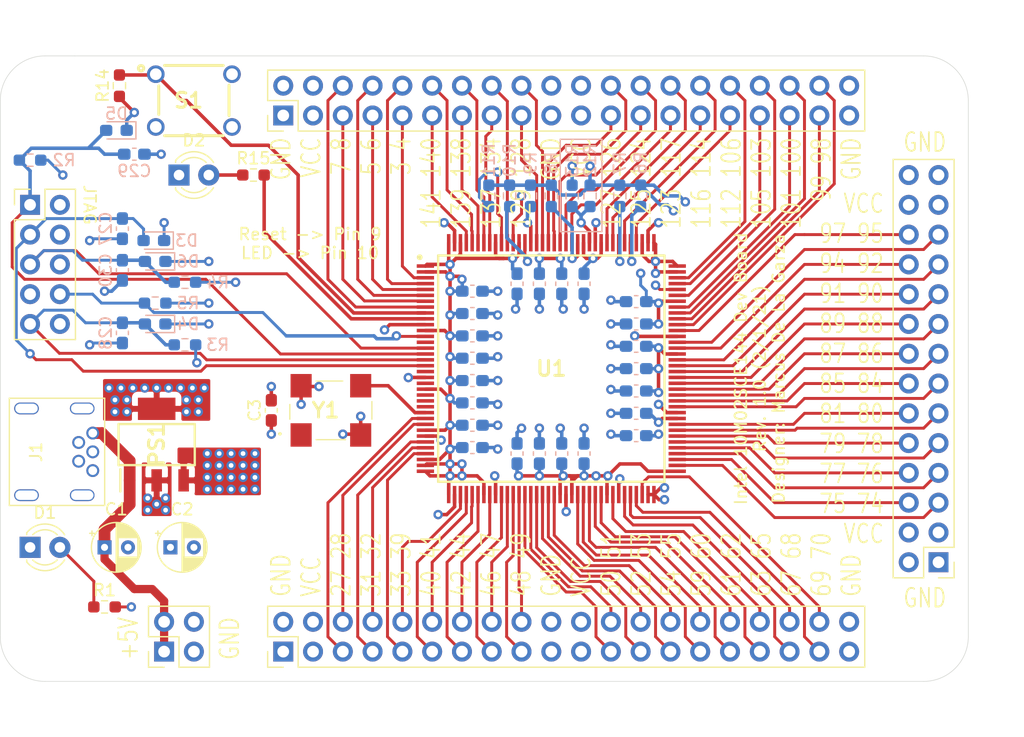
<source format=kicad_pcb>
(kicad_pcb (version 20171130) (host pcbnew "(5.1.9)-1")
  (layers (0 F.Cu signal) (1 GND power) (2 VCC power) (31 B.Cu signal) (34 B.Paste user) (35 F.Paste user) (36 B.SilkS user) (37 F.SilkS user) (38 B.Mask user) (39 F.Mask user) (44 Edge.Cuts user))
  (net 0 "")
  (net 1 H_GND)
  (net 2 +5V)
  (net 3 H_VCC)
  (net 4 TDO)
  (net 5 TDI)
  (net 6 TCK)
  (net 7 TMS)
  (net 8 "Net-(D1-Pad2)")
  (net 9 "Net-(D2-Pad2)")
  (net 10 "Net-(J1-Pad2)")
  (net 11 "Net-(J1-Pad3)")
  (net 12 "Net-(J1-Pad4)")
  (net 13 "Net-(J1-Pad6)")
  (net 14 IO_70)
  (net 15 IO_69)
  (net 16 IO_68)
  (net 17 IO_67)
  (net 18 IO_65)
  (net 19 IO_63)
  (net 20 IO_62)
  (net 21 IO_61)
  (net 22 IO_60)
  (net 23 IO_59)
  (net 24 IO_55)
  (net 25 IO_54)
  (net 26 IO_53)
  (net 27 IO_52)
  (net 28 IO_51)
  (net 29 IO_50)
  (net 30 IO_49)
  (net 31 IO_48)
  (net 32 IO_47)
  (net 33 IO_46)
  (net 34 IO_44)
  (net 35 IO_42)
  (net 36 IO_41)
  (net 37 IO_40)
  (net 38 IO_39)
  (net 39 IO_33)
  (net 40 IO_32)
  (net 41 IO_31)
  (net 42 IO_28)
  (net 43 IO_27)
  (net 44 IO_74)
  (net 45 IO_75)
  (net 46 IO_76)
  (net 47 IO_77)
  (net 48 IO_78)
  (net 49 IO_79)
  (net 50 IO_80)
  (net 51 IO_81)
  (net 52 IO_84)
  (net 53 IO_85)
  (net 54 IO_86)
  (net 55 IO_87)
  (net 56 IO_88)
  (net 57 IO_89)
  (net 58 IO_90)
  (net 59 IO_91)
  (net 60 IO_92)
  (net 61 IO_94)
  (net 62 IO_95)
  (net 63 IO_97)
  (net 64 IO_7)
  (net 65 IO_8)
  (net 66 IO_5)
  (net 67 IO_6)
  (net 68 IO_3)
  (net 69 IO_4)
  (net 70 IO_141)
  (net 71 IO_140)
  (net 72 IO_139)
  (net 73 IO_138)
  (net 74 IO_137)
  (net 75 IO_134)
  (net 76 IO_129)
  (net 77 IO_128)
  (net 78 IO_127)
  (net 79 IO_126)
  (net 80 IO_125)
  (net 81 IO_124)
  (net 82 IO_123)
  (net 83 IO_117)
  (net 84 IO_116)
  (net 85 IO_114)
  (net 86 IO_112)
  (net 87 IO_106)
  (net 88 IO_105)
  (net 89 IO_103)
  (net 90 IO_101)
  (net 91 IO_100)
  (net 92 IO_99)
  (net 93 IO_98)
  (net 94 "Net-(J6-Pad6)")
  (net 95 "Net-(J6-Pad7)")
  (net 96 JEN)
  (net 97 "Net-(R6-Pad2)")
  (net 98 "Net-(R7-Pad2)")
  (net 99 "Net-(R8-Pad2)")
  (net 100 "Net-(R9-Pad2)")
  (net 101 "Net-(R10-Pad2)")
  (net 102 "Net-(R11-Pad2)")
  (net 103 "Net-(R12-Pad2)")
  (net 104 ~RESET)
  (net 105 USER_LED)
  (net 106 "Net-(S1-Pad3)")
  (net 107 "Net-(S1-Pad2)")
  (net 108 "Net-(U1-Pad14)")
  (net 109 "Net-(U1-Pad19)")
  (net 110 "Net-(U1-Pad21)")
  (net 111 "Net-(U1-Pad23)")
  (net 112 "Net-(U1-Pad24)")
  (net 113 "Net-(U1-Pad25)")
  (net 114 50MHz_CLK)
  (net 115 "Net-(Y1-Pad1)")
  (module Intel_MAX10_FPGA:QFP50P2200X2200X165-144N (layer F.Cu) (at 140.97 100.33)
    (fp_text reference U1 (at 0 0) (layer F.SilkS) (effects (font (size 1.27 1.27) (thickness 0.254))))
    (fp_text value 10M02SCE144C8G hide)
    (pad 1 smd rect (at -10.738 -8.75 90) (size 0.3 1.475) (layers F.Cu F.Paste F.Mask) (net 3 H_VCC))
    (pad 2 smd rect (at -10.738 -8.25 90) (size 0.3 1.475) (layers F.Cu F.Paste F.Mask) (net 3 H_VCC))
    (pad 3 smd rect (at -10.738 -7.75 90) (size 0.3 1.475) (layers F.Cu F.Paste F.Mask) (net 68 IO_3))
    (pad 4 smd rect (at -10.738 -7.25 90) (size 0.3 1.475) (layers F.Cu F.Paste F.Mask) (net 69 IO_4))
    (pad 5 smd rect (at -10.738 -6.75 90) (size 0.3 1.475) (layers F.Cu F.Paste F.Mask) (net 66 IO_5))
    (pad 6 smd rect (at -10.738 -6.25 90) (size 0.3 1.475) (layers F.Cu F.Paste F.Mask) (net 67 IO_6))
    (pad 7 smd rect (at -10.738 -5.75 90) (size 0.3 1.475) (layers F.Cu F.Paste F.Mask) (net 64 IO_7))
    (pad 8 smd rect (at -10.738 -5.25 90) (size 0.3 1.475) (layers F.Cu F.Paste F.Mask) (net 65 IO_8))
    (pad 9 smd rect (at -10.738 -4.75 90) (size 0.3 1.475) (layers F.Cu F.Paste F.Mask) (net 104 ~RESET))
    (pad 10 smd rect (at -10.738 -4.25 90) (size 0.3 1.475) (layers F.Cu F.Paste F.Mask) (net 105 USER_LED))
    (pad 11 smd rect (at -10.738 -3.75 90) (size 0.3 1.475) (layers F.Cu F.Paste F.Mask) (net 1 H_GND))
    (pad 12 smd rect (at -10.738 -3.25 90) (size 0.3 1.475) (layers F.Cu F.Paste F.Mask) (net 3 H_VCC))
    (pad 13 smd rect (at -10.738 -2.75 90) (size 0.3 1.475) (layers F.Cu F.Paste F.Mask) (net 96 JEN))
    (pad 14 smd rect (at -10.738 -2.25 90) (size 0.3 1.475) (layers F.Cu F.Paste F.Mask) (net 108 "Net-(U1-Pad14)"))
    (pad 15 smd rect (at -10.738 -1.75 90) (size 0.3 1.475) (layers F.Cu F.Paste F.Mask) (net 7 TMS))
    (pad 16 smd rect (at -10.738 -1.25 90) (size 0.3 1.475) (layers F.Cu F.Paste F.Mask) (net 6 TCK))
    (pad 17 smd rect (at -10.738 -0.75 90) (size 0.3 1.475) (layers F.Cu F.Paste F.Mask) (net 5 TDI))
    (pad 18 smd rect (at -10.738 -0.25 90) (size 0.3 1.475) (layers F.Cu F.Paste F.Mask) (net 4 TDO))
    (pad 19 smd rect (at -10.738 0.25 90) (size 0.3 1.475) (layers F.Cu F.Paste F.Mask) (net 109 "Net-(U1-Pad19)"))
    (pad 20 smd rect (at -10.738 0.75 90) (size 0.3 1.475) (layers F.Cu F.Paste F.Mask) (net 1 H_GND))
    (pad 21 smd rect (at -10.738 1.25 90) (size 0.3 1.475) (layers F.Cu F.Paste F.Mask) (net 110 "Net-(U1-Pad21)"))
    (pad 22 smd rect (at -10.738 1.75 90) (size 0.3 1.475) (layers F.Cu F.Paste F.Mask) (net 3 H_VCC))
    (pad 23 smd rect (at -10.738 2.25 90) (size 0.3 1.475) (layers F.Cu F.Paste F.Mask) (net 111 "Net-(U1-Pad23)"))
    (pad 24 smd rect (at -10.738 2.75 90) (size 0.3 1.475) (layers F.Cu F.Paste F.Mask) (net 112 "Net-(U1-Pad24)"))
    (pad 25 smd rect (at -10.738 3.25 90) (size 0.3 1.475) (layers F.Cu F.Paste F.Mask) (net 113 "Net-(U1-Pad25)"))
    (pad 26 smd rect (at -10.738 3.75 90) (size 0.3 1.475) (layers F.Cu F.Paste F.Mask) (net 114 50MHz_CLK))
    (pad 27 smd rect (at -10.738 4.25 90) (size 0.3 1.475) (layers F.Cu F.Paste F.Mask) (net 43 IO_27))
    (pad 28 smd rect (at -10.738 4.75 90) (size 0.3 1.475) (layers F.Cu F.Paste F.Mask) (net 42 IO_28))
    (pad 29 smd rect (at -10.738 5.25 90) (size 0.3 1.475) (layers F.Cu F.Paste F.Mask) (net 3 H_VCC))
    (pad 30 smd rect (at -10.738 5.75 90) (size 0.3 1.475) (layers F.Cu F.Paste F.Mask) (net 1 H_GND))
    (pad 31 smd rect (at -10.738 6.25 90) (size 0.3 1.475) (layers F.Cu F.Paste F.Mask) (net 41 IO_31))
    (pad 32 smd rect (at -10.738 6.75 90) (size 0.3 1.475) (layers F.Cu F.Paste F.Mask) (net 40 IO_32))
    (pad 33 smd rect (at -10.738 7.25 90) (size 0.3 1.475) (layers F.Cu F.Paste F.Mask) (net 39 IO_33))
    (pad 34 smd rect (at -10.738 7.75 90) (size 0.3 1.475) (layers F.Cu F.Paste F.Mask) (net 3 H_VCC))
    (pad 35 smd rect (at -10.738 8.25 90) (size 0.3 1.475) (layers F.Cu F.Paste F.Mask) (net 3 H_VCC))
    (pad 36 smd rect (at -10.738 8.75 90) (size 0.3 1.475) (layers F.Cu F.Paste F.Mask) (net 3 H_VCC))
    (pad 37 smd rect (at -8.75 10.738) (size 0.3 1.475) (layers F.Cu F.Paste F.Mask) (net 3 H_VCC))
    (pad 38 smd rect (at -8.25 10.738) (size 0.3 1.475) (layers F.Cu F.Paste F.Mask) (net 1 H_GND))
    (pad 39 smd rect (at -7.75 10.738) (size 0.3 1.475) (layers F.Cu F.Paste F.Mask) (net 38 IO_39))
    (pad 40 smd rect (at -7.25 10.738) (size 0.3 1.475) (layers F.Cu F.Paste F.Mask) (net 37 IO_40))
    (pad 41 smd rect (at -6.75 10.738) (size 0.3 1.475) (layers F.Cu F.Paste F.Mask) (net 36 IO_41))
    (pad 42 smd rect (at -6.25 10.738) (size 0.3 1.475) (layers F.Cu F.Paste F.Mask) (net 35 IO_42))
    (pad 43 smd rect (at -5.75 10.738) (size 0.3 1.475) (layers F.Cu F.Paste F.Mask) (net 3 H_VCC))
    (pad 44 smd rect (at -5.25 10.738) (size 0.3 1.475) (layers F.Cu F.Paste F.Mask) (net 34 IO_44))
    (pad 45 smd rect (at -4.75 10.738) (size 0.3 1.475) (layers F.Cu F.Paste F.Mask) (net 1 H_GND))
    (pad 46 smd rect (at -4.25 10.738) (size 0.3 1.475) (layers F.Cu F.Paste F.Mask) (net 33 IO_46))
    (pad 47 smd rect (at -3.75 10.738) (size 0.3 1.475) (layers F.Cu F.Paste F.Mask) (net 32 IO_47))
    (pad 48 smd rect (at -3.25 10.738) (size 0.3 1.475) (layers F.Cu F.Paste F.Mask) (net 31 IO_48))
    (pad 49 smd rect (at -2.75 10.738) (size 0.3 1.475) (layers F.Cu F.Paste F.Mask) (net 30 IO_49))
    (pad 50 smd rect (at -2.25 10.738) (size 0.3 1.475) (layers F.Cu F.Paste F.Mask) (net 29 IO_50))
    (pad 51 smd rect (at -1.75 10.738) (size 0.3 1.475) (layers F.Cu F.Paste F.Mask) (net 28 IO_51))
    (pad 52 smd rect (at -1.25 10.738) (size 0.3 1.475) (layers F.Cu F.Paste F.Mask) (net 27 IO_52))
    (pad 53 smd rect (at -0.75 10.738) (size 0.3 1.475) (layers F.Cu F.Paste F.Mask) (net 26 IO_53))
    (pad 54 smd rect (at -0.25 10.738) (size 0.3 1.475) (layers F.Cu F.Paste F.Mask) (net 25 IO_54))
    (pad 55 smd rect (at 0.25 10.738) (size 0.3 1.475) (layers F.Cu F.Paste F.Mask) (net 24 IO_55))
    (pad 56 smd rect (at 0.75 10.738) (size 0.3 1.475) (layers F.Cu F.Paste F.Mask) (net 3 H_VCC))
    (pad 57 smd rect (at 1.25 10.738) (size 0.3 1.475) (layers F.Cu F.Paste F.Mask) (net 1 H_GND))
    (pad 58 smd rect (at 1.75 10.738) (size 0.3 1.475) (layers F.Cu F.Paste F.Mask) (net 3 H_VCC))
    (pad 59 smd rect (at 2.25 10.738) (size 0.3 1.475) (layers F.Cu F.Paste F.Mask) (net 23 IO_59))
    (pad 60 smd rect (at 2.75 10.738) (size 0.3 1.475) (layers F.Cu F.Paste F.Mask) (net 22 IO_60))
    (pad 61 smd rect (at 3.25 10.738) (size 0.3 1.475) (layers F.Cu F.Paste F.Mask) (net 21 IO_61))
    (pad 62 smd rect (at 3.75 10.738) (size 0.3 1.475) (layers F.Cu F.Paste F.Mask) (net 20 IO_62))
    (pad 63 smd rect (at 4.25 10.738) (size 0.3 1.475) (layers F.Cu F.Paste F.Mask) (net 19 IO_63))
    (pad 64 smd rect (at 4.75 10.738) (size 0.3 1.475) (layers F.Cu F.Paste F.Mask) (net 3 H_VCC))
    (pad 65 smd rect (at 5.25 10.738) (size 0.3 1.475) (layers F.Cu F.Paste F.Mask) (net 18 IO_65))
    (pad 66 smd rect (at 5.75 10.738) (size 0.3 1.475) (layers F.Cu F.Paste F.Mask) (net 1 H_GND))
    (pad 67 smd rect (at 6.25 10.738) (size 0.3 1.475) (layers F.Cu F.Paste F.Mask) (net 17 IO_67))
    (pad 68 smd rect (at 6.75 10.738) (size 0.3 1.475) (layers F.Cu F.Paste F.Mask) (net 16 IO_68))
    (pad 69 smd rect (at 7.25 10.738) (size 0.3 1.475) (layers F.Cu F.Paste F.Mask) (net 15 IO_69))
    (pad 70 smd rect (at 7.75 10.738) (size 0.3 1.475) (layers F.Cu F.Paste F.Mask) (net 14 IO_70))
    (pad 71 smd rect (at 8.25 10.738) (size 0.3 1.475) (layers F.Cu F.Paste F.Mask) (net 3 H_VCC))
    (pad 72 smd rect (at 8.75 10.738) (size 0.3 1.475) (layers F.Cu F.Paste F.Mask) (net 3 H_VCC))
    (pad 73 smd rect (at 10.738 8.75 90) (size 0.3 1.475) (layers F.Cu F.Paste F.Mask) (net 3 H_VCC))
    (pad 74 smd rect (at 10.738 8.25 90) (size 0.3 1.475) (layers F.Cu F.Paste F.Mask) (net 44 IO_74))
    (pad 75 smd rect (at 10.738 7.75 90) (size 0.3 1.475) (layers F.Cu F.Paste F.Mask) (net 45 IO_75))
    (pad 76 smd rect (at 10.738 7.25 90) (size 0.3 1.475) (layers F.Cu F.Paste F.Mask) (net 46 IO_76))
    (pad 77 smd rect (at 10.738 6.75 90) (size 0.3 1.475) (layers F.Cu F.Paste F.Mask) (net 47 IO_77))
    (pad 78 smd rect (at 10.738 6.25 90) (size 0.3 1.475) (layers F.Cu F.Paste F.Mask) (net 48 IO_78))
    (pad 79 smd rect (at 10.738 5.75 90) (size 0.3 1.475) (layers F.Cu F.Paste F.Mask) (net 49 IO_79))
    (pad 80 smd rect (at 10.738 5.25 90) (size 0.3 1.475) (layers F.Cu F.Paste F.Mask) (net 50 IO_80))
    (pad 81 smd rect (at 10.738 4.75 90) (size 0.3 1.475) (layers F.Cu F.Paste F.Mask) (net 51 IO_81))
    (pad 82 smd rect (at 10.738 4.25 90) (size 0.3 1.475) (layers F.Cu F.Paste F.Mask) (net 3 H_VCC))
    (pad 83 smd rect (at 10.738 3.75 90) (size 0.3 1.475) (layers F.Cu F.Paste F.Mask) (net 1 H_GND))
    (pad 84 smd rect (at 10.738 3.25 90) (size 0.3 1.475) (layers F.Cu F.Paste F.Mask) (net 52 IO_84))
    (pad 85 smd rect (at 10.738 2.75 90) (size 0.3 1.475) (layers F.Cu F.Paste F.Mask) (net 53 IO_85))
    (pad 86 smd rect (at 10.738 2.25 90) (size 0.3 1.475) (layers F.Cu F.Paste F.Mask) (net 54 IO_86))
    (pad 87 smd rect (at 10.738 1.75 90) (size 0.3 1.475) (layers F.Cu F.Paste F.Mask) (net 55 IO_87))
    (pad 88 smd rect (at 10.738 1.25 90) (size 0.3 1.475) (layers F.Cu F.Paste F.Mask) (net 56 IO_88))
    (pad 89 smd rect (at 10.738 0.75 90) (size 0.3 1.475) (layers F.Cu F.Paste F.Mask) (net 57 IO_89))
    (pad 90 smd rect (at 10.738 0.25 90) (size 0.3 1.475) (layers F.Cu F.Paste F.Mask) (net 58 IO_90))
    (pad 91 smd rect (at 10.738 -0.25 90) (size 0.3 1.475) (layers F.Cu F.Paste F.Mask) (net 59 IO_91))
    (pad 92 smd rect (at 10.738 -0.75 90) (size 0.3 1.475) (layers F.Cu F.Paste F.Mask) (net 60 IO_92))
    (pad 93 smd rect (at 10.738 -1.25 90) (size 0.3 1.475) (layers F.Cu F.Paste F.Mask) (net 3 H_VCC))
    (pad 94 smd rect (at 10.738 -1.75 90) (size 0.3 1.475) (layers F.Cu F.Paste F.Mask) (net 61 IO_94))
    (pad 95 smd rect (at 10.738 -2.25 90) (size 0.3 1.475) (layers F.Cu F.Paste F.Mask) (net 62 IO_95))
    (pad 96 smd rect (at 10.738 -2.75 90) (size 0.3 1.475) (layers F.Cu F.Paste F.Mask) (net 1 H_GND))
    (pad 97 smd rect (at 10.738 -3.25 90) (size 0.3 1.475) (layers F.Cu F.Paste F.Mask) (net 63 IO_97))
    (pad 98 smd rect (at 10.738 -3.75 90) (size 0.3 1.475) (layers F.Cu F.Paste F.Mask) (net 93 IO_98))
    (pad 99 smd rect (at 10.738 -4.25 90) (size 0.3 1.475) (layers F.Cu F.Paste F.Mask) (net 92 IO_99))
    (pad 100 smd rect (at 10.738 -4.75 90) (size 0.3 1.475) (layers F.Cu F.Paste F.Mask) (net 91 IO_100))
    (pad 101 smd rect (at 10.738 -5.25 90) (size 0.3 1.475) (layers F.Cu F.Paste F.Mask) (net 90 IO_101))
    (pad 102 smd rect (at 10.738 -5.75 90) (size 0.3 1.475) (layers F.Cu F.Paste F.Mask) (net 3 H_VCC))
    (pad 103 smd rect (at 10.738 -6.25 90) (size 0.3 1.475) (layers F.Cu F.Paste F.Mask) (net 89 IO_103))
    (pad 104 smd rect (at 10.738 -6.75 90) (size 0.3 1.475) (layers F.Cu F.Paste F.Mask) (net 1 H_GND))
    (pad 105 smd rect (at 10.738 -7.25 90) (size 0.3 1.475) (layers F.Cu F.Paste F.Mask) (net 88 IO_105))
    (pad 106 smd rect (at 10.738 -7.75 90) (size 0.3 1.475) (layers F.Cu F.Paste F.Mask) (net 87 IO_106))
    (pad 107 smd rect (at 10.738 -8.25 90) (size 0.3 1.475) (layers F.Cu F.Paste F.Mask) (net 3 H_VCC))
    (pad 108 smd rect (at 10.738 -8.75 90) (size 0.3 1.475) (layers F.Cu F.Paste F.Mask) (net 3 H_VCC))
    (pad 109 smd rect (at 8.75 -10.738) (size 0.3 1.475) (layers F.Cu F.Paste F.Mask) (net 3 H_VCC))
    (pad 110 smd rect (at 8.25 -10.738) (size 0.3 1.475) (layers F.Cu F.Paste F.Mask) (net 1 H_GND))
    (pad 111 smd rect (at 7.75 -10.738) (size 0.3 1.475) (layers F.Cu F.Paste F.Mask) (net 3 H_VCC))
    (pad 112 smd rect (at 7.25 -10.738) (size 0.3 1.475) (layers F.Cu F.Paste F.Mask) (net 86 IO_112))
    (pad 113 smd rect (at 6.75 -10.738) (size 0.3 1.475) (layers F.Cu F.Paste F.Mask) (net 97 "Net-(R6-Pad2)"))
    (pad 114 smd rect (at 6.25 -10.738) (size 0.3 1.475) (layers F.Cu F.Paste F.Mask) (net 85 IO_114))
    (pad 115 smd rect (at 5.75 -10.738) (size 0.3 1.475) (layers F.Cu F.Paste F.Mask) (net 98 "Net-(R7-Pad2)"))
    (pad 116 smd rect (at 5.25 -10.738) (size 0.3 1.475) (layers F.Cu F.Paste F.Mask) (net 84 IO_116))
    (pad 117 smd rect (at 4.75 -10.738) (size 0.3 1.475) (layers F.Cu F.Paste F.Mask) (net 83 IO_117))
    (pad 118 smd rect (at 4.25 -10.738) (size 0.3 1.475) (layers F.Cu F.Paste F.Mask) (net 3 H_VCC))
    (pad 119 smd rect (at 3.75 -10.738) (size 0.3 1.475) (layers F.Cu F.Paste F.Mask) (net 1 H_GND))
    (pad 120 smd rect (at 3.25 -10.738) (size 0.3 1.475) (layers F.Cu F.Paste F.Mask) (net 103 "Net-(R12-Pad2)"))
    (pad 121 smd rect (at 2.75 -10.738) (size 0.3 1.475) (layers F.Cu F.Paste F.Mask) (net 3 H_VCC))
    (pad 122 smd rect (at 2.25 -10.738) (size 0.3 1.475) (layers F.Cu F.Paste F.Mask) (net 99 "Net-(R8-Pad2)"))
    (pad 123 smd rect (at 1.75 -10.738) (size 0.3 1.475) (layers F.Cu F.Paste F.Mask) (net 82 IO_123))
    (pad 124 smd rect (at 1.25 -10.738) (size 0.3 1.475) (layers F.Cu F.Paste F.Mask) (net 81 IO_124))
    (pad 125 smd rect (at 0.75 -10.738) (size 0.3 1.475) (layers F.Cu F.Paste F.Mask) (net 80 IO_125))
    (pad 126 smd rect (at 0.25 -10.738) (size 0.3 1.475) (layers F.Cu F.Paste F.Mask) (net 79 IO_126))
    (pad 127 smd rect (at -0.25 -10.738) (size 0.3 1.475) (layers F.Cu F.Paste F.Mask) (net 78 IO_127))
    (pad 128 smd rect (at -0.75 -10.738) (size 0.3 1.475) (layers F.Cu F.Paste F.Mask) (net 77 IO_128))
    (pad 129 smd rect (at -1.25 -10.738) (size 0.3 1.475) (layers F.Cu F.Paste F.Mask) (net 76 IO_129))
    (pad 130 smd rect (at -1.75 -10.738) (size 0.3 1.475) (layers F.Cu F.Paste F.Mask) (net 100 "Net-(R9-Pad2)"))
    (pad 131 smd rect (at -2.25 -10.738) (size 0.3 1.475) (layers F.Cu F.Paste F.Mask) (net 101 "Net-(R10-Pad2)"))
    (pad 132 smd rect (at -2.75 -10.738) (size 0.3 1.475) (layers F.Cu F.Paste F.Mask) (net 3 H_VCC))
    (pad 133 smd rect (at -3.25 -10.738) (size 0.3 1.475) (layers F.Cu F.Paste F.Mask) (net 1 H_GND))
    (pad 134 smd rect (at -3.75 -10.738) (size 0.3 1.475) (layers F.Cu F.Paste F.Mask) (net 75 IO_134))
    (pad 135 smd rect (at -4.25 -10.738) (size 0.3 1.475) (layers F.Cu F.Paste F.Mask) (net 102 "Net-(R11-Pad2)"))
    (pad 136 smd rect (at -4.75 -10.738) (size 0.3 1.475) (layers F.Cu F.Paste F.Mask) (net 3 H_VCC))
    (pad 137 smd rect (at -5.25 -10.738) (size 0.3 1.475) (layers F.Cu F.Paste F.Mask) (net 74 IO_137))
    (pad 138 smd rect (at -5.75 -10.738) (size 0.3 1.475) (layers F.Cu F.Paste F.Mask) (net 73 IO_138))
    (pad 139 smd rect (at -6.25 -10.738) (size 0.3 1.475) (layers F.Cu F.Paste F.Mask) (net 72 IO_139))
    (pad 140 smd rect (at -6.75 -10.738) (size 0.3 1.475) (layers F.Cu F.Paste F.Mask) (net 71 IO_140))
    (pad 141 smd rect (at -7.25 -10.738) (size 0.3 1.475) (layers F.Cu F.Paste F.Mask) (net 70 IO_141))
    (pad 142 smd rect (at -7.75 -10.738) (size 0.3 1.475) (layers F.Cu F.Paste F.Mask) (net 3 H_VCC))
    (pad 143 smd rect (at -8.25 -10.738) (size 0.3 1.475) (layers F.Cu F.Paste F.Mask) (net 1 H_GND))
    (pad 144 smd rect (at -8.75 -10.738) (size 0.3 1.475) (layers F.Cu F.Paste F.Mask) (net 3 H_VCC))
  )
  (module Capacitor_THT:CP_Radial_D4.0mm_P2.00mm (layer F.Cu) (at 102.87 115.57)
    (fp_text reference C1 (at 1 -3.25) (layer F.SilkS))
    (fp_text value 10uF)
    (pad 2 thru_hole circle (at 2 0) (size 1.2 1.2) (drill 0.6) (layers *.Cu *.Mask) (net 1 H_GND))
    (pad 1 thru_hole rect (at 0 0) (size 1.2 1.2) (drill 0.6) (layers *.Cu *.Mask) (net 2 +5V))
  )
  (module Capacitor_THT:CP_Radial_D4.0mm_P2.00mm (layer F.Cu) (at 108.49 115.57)
    (fp_text reference C2 (at 1 -3.25) (layer F.SilkS))
    (fp_text value 10uF)
    (pad 1 thru_hole rect (at 0 0) (size 1.2 1.2) (drill 0.6) (layers *.Cu *.Mask) (net 3 H_VCC))
    (pad 2 thru_hole circle (at 2 0) (size 1.2 1.2) (drill 0.6) (layers *.Cu *.Mask) (net 1 H_GND))
  )
  (module Capacitor_SMD:C_0603_1608Metric_Pad1.08x0.95mm_HandSolder (layer F.Cu) (at 117.094 103.886 90)
    (fp_text reference C3 (at 0 -1.43 90) (layer F.SilkS))
    (fp_text value 0.01uF hide)
    (pad 2 smd roundrect (at 0.8625 0 90) (size 1.075 0.95) (layers F.Cu F.Paste F.Mask) (net 3 H_VCC))
    (pad 1 smd roundrect (at -0.8625 0 90) (size 1.075 0.95) (layers F.Cu F.Paste F.Mask) (net 1 H_GND))
  )
  (module Capacitor_SMD:C_0603_1608Metric_Pad1.08x0.95mm_HandSolder (layer B.Cu) (at 148.209 106.045 180)
    (fp_text reference C4 hide)
    (fp_text value 0.1uF hide)
    (pad 1 smd roundrect (at -0.8625 0 180) (size 1.075 0.95) (layers B.Cu B.Paste B.Mask) (net 3 H_VCC))
    (pad 2 smd roundrect (at 0.8625 0 180) (size 1.075 0.95) (layers B.Cu B.Paste B.Mask) (net 1 H_GND))
  )
  (module Capacitor_SMD:C_0603_1608Metric_Pad1.08x0.95mm_HandSolder (layer B.Cu) (at 134.239 103.251)
    (fp_text reference C5 hide)
    (fp_text value 0.1uF hide)
    (pad 2 smd roundrect (at 0.8625 0) (size 1.075 0.95) (layers B.Cu B.Paste B.Mask) (net 1 H_GND))
    (pad 1 smd roundrect (at -0.8625 0) (size 1.075 0.95) (layers B.Cu B.Paste B.Mask) (net 3 H_VCC))
  )
  (module Capacitor_SMD:C_0603_1608Metric_Pad1.08x0.95mm_HandSolder (layer B.Cu) (at 138.049 107.569 90)
    (fp_text reference C6 hide)
    (fp_text value 0.1uF hide)
    (pad 1 smd roundrect (at -0.8625 0 90) (size 1.075 0.95) (layers B.Cu B.Paste B.Mask) (net 3 H_VCC))
    (pad 2 smd roundrect (at 0.8625 0 90) (size 1.075 0.95) (layers B.Cu B.Paste B.Mask) (net 1 H_GND))
  )
  (module Capacitor_SMD:C_0603_1608Metric_Pad1.08x0.95mm_HandSolder (layer B.Cu) (at 143.764 107.569 90)
    (fp_text reference C7 hide)
    (fp_text value 0.1uF hide)
    (pad 1 smd roundrect (at -0.8625 0 90) (size 1.075 0.95) (layers B.Cu B.Paste B.Mask) (net 3 H_VCC))
    (pad 2 smd roundrect (at 0.8625 0 90) (size 1.075 0.95) (layers B.Cu B.Paste B.Mask) (net 1 H_GND))
  )
  (module Capacitor_SMD:C_0603_1608Metric_Pad1.08x0.95mm_HandSolder (layer B.Cu) (at 139.954 93.091 270)
    (fp_text reference C8 hide)
    (fp_text value 0.1uF hide)
    (pad 2 smd roundrect (at 0.8625 0 270) (size 1.075 0.95) (layers B.Cu B.Paste B.Mask) (net 1 H_GND))
    (pad 1 smd roundrect (at -0.8625 0 270) (size 1.075 0.95) (layers B.Cu B.Paste B.Mask) (net 3 H_VCC))
  )
  (module Capacitor_SMD:C_0603_1608Metric_Pad1.08x0.95mm_HandSolder (layer B.Cu) (at 138.049 93.091 270)
    (fp_text reference C9 hide)
    (fp_text value 0.1uF hide)
    (pad 2 smd roundrect (at 0.8625 0 270) (size 1.075 0.95) (layers B.Cu B.Paste B.Mask) (net 1 H_GND))
    (pad 1 smd roundrect (at -0.8625 0 270) (size 1.075 0.95) (layers B.Cu B.Paste B.Mask) (net 3 H_VCC))
  )
  (module Capacitor_SMD:C_0603_1608Metric_Pad1.08x0.95mm_HandSolder (layer B.Cu) (at 148.209 100.33 180)
    (fp_text reference C10 hide)
    (fp_text value 0.1uF hide)
    (pad 1 smd roundrect (at -0.8625 0 180) (size 1.075 0.95) (layers B.Cu B.Paste B.Mask) (net 3 H_VCC))
    (pad 2 smd roundrect (at 0.8625 0 180) (size 1.075 0.95) (layers B.Cu B.Paste B.Mask) (net 1 H_GND))
  )
  (module Capacitor_SMD:C_0603_1608Metric_Pad1.08x0.95mm_HandSolder (layer B.Cu) (at 148.209 98.425 180)
    (fp_text reference C11 hide)
    (fp_text value 0.1uF hide)
    (pad 2 smd roundrect (at 0.8625 0 180) (size 1.075 0.95) (layers B.Cu B.Paste B.Mask) (net 1 H_GND))
    (pad 1 smd roundrect (at -0.8625 0 180) (size 1.075 0.95) (layers B.Cu B.Paste B.Mask) (net 3 H_VCC))
  )
  (module Capacitor_SMD:C_0603_1608Metric_Pad1.08x0.95mm_HandSolder (layer B.Cu) (at 134.239 93.726)
    (fp_text reference C12 hide)
    (fp_text value 1uF)
    (pad 1 smd roundrect (at -0.8625 0) (size 1.075 0.95) (layers B.Cu B.Paste B.Mask) (net 3 H_VCC))
    (pad 2 smd roundrect (at 0.8625 0) (size 1.075 0.95) (layers B.Cu B.Paste B.Mask) (net 1 H_GND))
  )
  (module Capacitor_SMD:C_0603_1608Metric_Pad1.08x0.95mm_HandSolder (layer B.Cu) (at 134.239 95.631)
    (fp_text reference C13 hide)
    (fp_text value 0.1uF hide)
    (pad 2 smd roundrect (at 0.8625 0) (size 1.075 0.95) (layers B.Cu B.Paste B.Mask) (net 1 H_GND))
    (pad 1 smd roundrect (at -0.8625 0) (size 1.075 0.95) (layers B.Cu B.Paste B.Mask) (net 3 H_VCC))
  )
  (module Capacitor_SMD:C_0603_1608Metric_Pad1.08x0.95mm_HandSolder (layer B.Cu) (at 134.239 97.536)
    (fp_text reference C14 hide)
    (fp_text value 1uF)
    (pad 1 smd roundrect (at -0.8625 0) (size 1.075 0.95) (layers B.Cu B.Paste B.Mask) (net 3 H_VCC))
    (pad 2 smd roundrect (at 0.8625 0) (size 1.075 0.95) (layers B.Cu B.Paste B.Mask) (net 1 H_GND))
  )
  (module Capacitor_SMD:C_0603_1608Metric_Pad1.08x0.95mm_HandSolder (layer B.Cu) (at 141.859 93.091 270)
    (fp_text reference C15 hide)
    (fp_text value 0.1uF hide)
    (pad 2 smd roundrect (at 0.8625 0 270) (size 1.075 0.95) (layers B.Cu B.Paste B.Mask) (net 1 H_GND))
    (pad 1 smd roundrect (at -0.8625 0 270) (size 1.075 0.95) (layers B.Cu B.Paste B.Mask) (net 3 H_VCC))
  )
  (module Capacitor_SMD:C_0603_1608Metric_Pad1.08x0.95mm_HandSolder (layer B.Cu) (at 143.764 93.091 270)
    (fp_text reference C16 hide)
    (fp_text value 1uF)
    (pad 1 smd roundrect (at -0.8625 0 270) (size 1.075 0.95) (layers B.Cu B.Paste B.Mask) (net 3 H_VCC))
    (pad 2 smd roundrect (at 0.8625 0 270) (size 1.075 0.95) (layers B.Cu B.Paste B.Mask) (net 1 H_GND))
  )
  (module Capacitor_SMD:C_0603_1608Metric_Pad1.08x0.95mm_HandSolder (layer B.Cu) (at 148.209 94.615 180)
    (fp_text reference C17 hide)
    (fp_text value 0.1uF hide)
    (pad 2 smd roundrect (at 0.8625 0 180) (size 1.075 0.95) (layers B.Cu B.Paste B.Mask) (net 1 H_GND))
    (pad 1 smd roundrect (at -0.8625 0 180) (size 1.075 0.95) (layers B.Cu B.Paste B.Mask) (net 3 H_VCC))
  )
  (module Capacitor_SMD:C_0603_1608Metric_Pad1.08x0.95mm_HandSolder (layer B.Cu) (at 148.209 96.52 180)
    (fp_text reference C18 hide)
    (fp_text value 1uF)
    (pad 2 smd roundrect (at 0.8625 0 180) (size 1.075 0.95) (layers B.Cu B.Paste B.Mask) (net 1 H_GND))
    (pad 1 smd roundrect (at -0.8625 0 180) (size 1.075 0.95) (layers B.Cu B.Paste B.Mask) (net 3 H_VCC))
  )
  (module Capacitor_SMD:C_0603_1608Metric_Pad1.08x0.95mm_HandSolder (layer B.Cu) (at 148.209 104.14 180)
    (fp_text reference C19 hide)
    (fp_text value 0.1uF hide)
    (pad 2 smd roundrect (at 0.8625 0 180) (size 1.075 0.95) (layers B.Cu B.Paste B.Mask) (net 1 H_GND))
    (pad 1 smd roundrect (at -0.8625 0 180) (size 1.075 0.95) (layers B.Cu B.Paste B.Mask) (net 3 H_VCC))
  )
  (module Capacitor_SMD:C_0603_1608Metric_Pad1.08x0.95mm_HandSolder (layer B.Cu) (at 148.209 102.235 180)
    (fp_text reference C20 hide)
    (fp_text value 1uF)
    (pad 1 smd roundrect (at -0.8625 0 180) (size 1.075 0.95) (layers B.Cu B.Paste B.Mask) (net 3 H_VCC))
    (pad 2 smd roundrect (at 0.8625 0 180) (size 1.075 0.95) (layers B.Cu B.Paste B.Mask) (net 1 H_GND))
  )
  (module Capacitor_SMD:C_0603_1608Metric_Pad1.08x0.95mm_HandSolder (layer B.Cu) (at 139.954 107.569 90)
    (fp_text reference C21 hide)
    (fp_text value 0.1uF hide)
    (pad 1 smd roundrect (at -0.8625 0 90) (size 1.075 0.95) (layers B.Cu B.Paste B.Mask) (net 3 H_VCC))
    (pad 2 smd roundrect (at 0.8625 0 90) (size 1.075 0.95) (layers B.Cu B.Paste B.Mask) (net 1 H_GND))
  )
  (module Capacitor_SMD:C_0603_1608Metric_Pad1.08x0.95mm_HandSolder (layer B.Cu) (at 141.859 107.569 90)
    (fp_text reference C22 hide)
    (fp_text value 1uF)
    (pad 1 smd roundrect (at -0.8625 0 90) (size 1.075 0.95) (layers B.Cu B.Paste B.Mask) (net 3 H_VCC))
    (pad 2 smd roundrect (at 0.8625 0 90) (size 1.075 0.95) (layers B.Cu B.Paste B.Mask) (net 1 H_GND))
  )
  (module Capacitor_SMD:C_0603_1608Metric_Pad1.08x0.95mm_HandSolder (layer B.Cu) (at 134.239 105.156)
    (fp_text reference C23 hide)
    (fp_text value 0.1uF hide)
    (pad 2 smd roundrect (at 0.8625 0) (size 1.075 0.95) (layers B.Cu B.Paste B.Mask) (net 1 H_GND))
    (pad 1 smd roundrect (at -0.8625 0) (size 1.075 0.95) (layers B.Cu B.Paste B.Mask) (net 3 H_VCC))
  )
  (module Capacitor_SMD:C_0603_1608Metric_Pad1.08x0.95mm_HandSolder (layer B.Cu) (at 134.239 107.061)
    (fp_text reference C24 hide)
    (fp_text value 1uF)
    (pad 1 smd roundrect (at -0.8625 0) (size 1.075 0.95) (layers B.Cu B.Paste B.Mask) (net 3 H_VCC))
    (pad 2 smd roundrect (at 0.8625 0) (size 1.075 0.95) (layers B.Cu B.Paste B.Mask) (net 1 H_GND))
  )
  (module Capacitor_SMD:C_0603_1608Metric_Pad1.08x0.95mm_HandSolder (layer B.Cu) (at 134.239 99.441)
    (fp_text reference C25 hide)
    (fp_text value 0.1uF hide)
    (pad 2 smd roundrect (at 0.8625 0) (size 1.075 0.95) (layers B.Cu B.Paste B.Mask) (net 1 H_GND))
    (pad 1 smd roundrect (at -0.8625 0) (size 1.075 0.95) (layers B.Cu B.Paste B.Mask) (net 3 H_VCC))
  )
  (module Capacitor_SMD:C_0603_1608Metric_Pad1.08x0.95mm_HandSolder (layer B.Cu) (at 134.239 101.346)
    (fp_text reference C26 hide)
    (fp_text value 1uF)
    (pad 1 smd roundrect (at -0.8625 0) (size 1.075 0.95) (layers B.Cu B.Paste B.Mask) (net 3 H_VCC))
    (pad 2 smd roundrect (at 0.8625 0) (size 1.075 0.95) (layers B.Cu B.Paste B.Mask) (net 1 H_GND))
  )
  (module Capacitor_SMD:C_0603_1608Metric_Pad1.08x0.95mm_HandSolder (layer B.Cu) (at 104.394 88.392 270)
    (fp_text reference C27 (at 0 1.43 90) (layer B.SilkS) (effects (justify mirror)))
    (fp_text value 10pF hide)
    (pad 1 smd roundrect (at -0.8625 0 270) (size 1.075 0.95) (layers B.Cu B.Paste B.Mask) (net 4 TDO))
    (pad 2 smd roundrect (at 0.8625 0 270) (size 1.075 0.95) (layers B.Cu B.Paste B.Mask) (net 1 H_GND))
  )
  (module Capacitor_SMD:C_0603_1608Metric_Pad1.08x0.95mm_HandSolder (layer B.Cu) (at 104.394 97.282 270)
    (fp_text reference C28 (at 0 1.43 90) (layer B.SilkS) (effects (justify mirror)))
    (fp_text value 10pF hide)
    (pad 2 smd roundrect (at 0.8625 0 270) (size 1.075 0.95) (layers B.Cu B.Paste B.Mask) (net 1 H_GND))
    (pad 1 smd roundrect (at -0.8625 0 270) (size 1.075 0.95) (layers B.Cu B.Paste B.Mask) (net 5 TDI))
  )
  (module Capacitor_SMD:C_0603_1608Metric_Pad1.08x0.95mm_HandSolder (layer B.Cu) (at 105.41 82.042)
    (fp_text reference C29 (at 0 1.43) (layer B.SilkS) (effects (justify mirror)))
    (fp_text value 10pF hide)
    (pad 1 smd roundrect (at -0.8625 0) (size 1.075 0.95) (layers B.Cu B.Paste B.Mask) (net 6 TCK))
    (pad 2 smd roundrect (at 0.8625 0) (size 1.075 0.95) (layers B.Cu B.Paste B.Mask) (net 1 H_GND))
  )
  (module Capacitor_SMD:C_0603_1608Metric_Pad1.08x0.95mm_HandSolder (layer B.Cu) (at 104.394 91.948 270)
    (fp_text reference C30 (at 0 1.43 90) (layer B.SilkS) (effects (justify mirror)))
    (fp_text value 10pF hide)
    (pad 2 smd roundrect (at 0.8625 0 270) (size 1.075 0.95) (layers B.Cu B.Paste B.Mask) (net 1 H_GND))
    (pad 1 smd roundrect (at -0.8625 0 270) (size 1.075 0.95) (layers B.Cu B.Paste B.Mask) (net 7 TMS))
  )
  (module LED_THT:LED_D3.0mm (layer F.Cu) (at 96.52 115.57)
    (fp_text reference D1 (at 1.27 -2.96) (layer F.SilkS))
    (fp_text value POWER)
    (pad 2 thru_hole circle (at 2.54 0) (size 1.8 1.8) (drill 0.9) (layers *.Cu *.Mask) (net 8 "Net-(D1-Pad2)"))
    (pad 1 thru_hole rect (at 0 0) (size 1.8 1.8) (drill 0.9) (layers *.Cu *.Mask) (net 1 H_GND))
  )
  (module LED_THT:LED_D3.0mm (layer F.Cu) (at 109.22 83.82)
    (fp_text reference D2 (at 1.27 -2.96) (layer F.SilkS))
    (fp_text value LED)
    (pad 1 thru_hole rect (at 0 0) (size 1.8 1.8) (drill 0.9) (layers *.Cu *.Mask) (net 1 H_GND))
    (pad 2 thru_hole circle (at 2.54 0) (size 1.8 1.8) (drill 0.9) (layers *.Cu *.Mask) (net 9 "Net-(D2-Pad2)"))
  )
  (module Diode_SMD:D_0603_1608Metric_Pad1.05x0.95mm_HandSolder (layer B.Cu) (at 107.075 89.408 180)
    (fp_text reference D3 (at -2.794 0) (layer B.SilkS) (effects (justify mirror)))
    (fp_text value D_Schottky hide)
    (pad 2 smd roundrect (at 0.875 0 180) (size 1.05 0.95) (layers B.Cu B.Paste B.Mask) (net 4 TDO))
    (pad 1 smd roundrect (at -0.875 0 180) (size 1.05 0.95) (layers B.Cu B.Paste B.Mask) (net 3 H_VCC))
  )
  (module Diode_SMD:D_0603_1608Metric_Pad1.05x0.95mm_HandSolder (layer B.Cu) (at 107.188 96.52 180)
    (fp_text reference D4 (at -2.794 0) (layer B.SilkS) (effects (justify mirror)))
    (fp_text value D_Schottky hide)
    (pad 1 smd roundrect (at -0.875 0 180) (size 1.05 0.95) (layers B.Cu B.Paste B.Mask) (net 3 H_VCC))
    (pad 2 smd roundrect (at 0.875 0 180) (size 1.05 0.95) (layers B.Cu B.Paste B.Mask) (net 5 TDI))
  )
  (module Diode_SMD:D_0603_1608Metric_Pad1.05x0.95mm_HandSolder (layer B.Cu) (at 103.886 80.01 180)
    (fp_text reference D5 (at 0 1.43) (layer B.SilkS) (effects (justify mirror)))
    (fp_text value D_Schottky hide)
    (pad 2 smd roundrect (at 0.875 0 180) (size 1.05 0.95) (layers B.Cu B.Paste B.Mask) (net 6 TCK))
    (pad 1 smd roundrect (at -0.875 0 180) (size 1.05 0.95) (layers B.Cu B.Paste B.Mask) (net 3 H_VCC))
  )
  (module Diode_SMD:D_0603_1608Metric_Pad1.05x0.95mm_HandSolder (layer B.Cu) (at 107.188 91.186 180)
    (fp_text reference D6 (at -2.794 0) (layer B.SilkS) (effects (justify mirror)))
    (fp_text value D_Schottky hide)
    (pad 1 smd roundrect (at -0.875 0 180) (size 1.05 0.95) (layers B.Cu B.Paste B.Mask) (net 3 H_VCC))
    (pad 2 smd roundrect (at 0.875 0 180) (size 1.05 0.95) (layers B.Cu B.Paste B.Mask) (net 7 TMS))
  )
  (module Connector_PinHeader_2.54mm:PinHeader_2x02_P2.54mm_Vertical (layer F.Cu) (at 107.95 124.46 90)
    (fp_text reference J2 hide)
    (fp_text value "5V POWER")
    (pad 1 thru_hole rect (at 0 0 90) (size 1.7 1.7) (drill 1) (layers *.Cu *.Mask) (net 2 +5V))
    (pad 2 thru_hole oval (at 2.54 0 90) (size 1.7 1.7) (drill 1) (layers *.Cu *.Mask) (net 2 +5V))
    (pad 3 thru_hole oval (at 0 2.54 90) (size 1.7 1.7) (drill 1) (layers *.Cu *.Mask) (net 1 H_GND))
    (pad 4 thru_hole oval (at 2.54 2.54 90) (size 1.7 1.7) (drill 1) (layers *.Cu *.Mask) (net 1 H_GND))
  )
  (module Connector_PinHeader_2.54mm:PinHeader_2x20_P2.54mm_Vertical (layer F.Cu) (at 118.11 124.46 90)
    (fp_text reference J3 hide)
    (fp_text value Conn_02x20_Odd_Even)
    (pad 40 thru_hole oval (at 2.54 48.26 90) (size 1.7 1.7) (drill 1) (layers *.Cu *.Mask) (net 1 H_GND))
    (pad 39 thru_hole oval (at 0 48.26 90) (size 1.7 1.7) (drill 1) (layers *.Cu *.Mask) (net 1 H_GND))
    (pad 38 thru_hole oval (at 2.54 45.72 90) (size 1.7 1.7) (drill 1) (layers *.Cu *.Mask) (net 14 IO_70))
    (pad 37 thru_hole oval (at 0 45.72 90) (size 1.7 1.7) (drill 1) (layers *.Cu *.Mask) (net 15 IO_69))
    (pad 36 thru_hole oval (at 2.54 43.18 90) (size 1.7 1.7) (drill 1) (layers *.Cu *.Mask) (net 16 IO_68))
    (pad 35 thru_hole oval (at 0 43.18 90) (size 1.7 1.7) (drill 1) (layers *.Cu *.Mask) (net 17 IO_67))
    (pad 34 thru_hole oval (at 2.54 40.64 90) (size 1.7 1.7) (drill 1) (layers *.Cu *.Mask) (net 18 IO_65))
    (pad 33 thru_hole oval (at 0 40.64 90) (size 1.7 1.7) (drill 1) (layers *.Cu *.Mask) (net 19 IO_63))
    (pad 32 thru_hole oval (at 2.54 38.1 90) (size 1.7 1.7) (drill 1) (layers *.Cu *.Mask) (net 20 IO_62))
    (pad 31 thru_hole oval (at 0 38.1 90) (size 1.7 1.7) (drill 1) (layers *.Cu *.Mask) (net 21 IO_61))
    (pad 30 thru_hole oval (at 2.54 35.56 90) (size 1.7 1.7) (drill 1) (layers *.Cu *.Mask) (net 22 IO_60))
    (pad 29 thru_hole oval (at 0 35.56 90) (size 1.7 1.7) (drill 1) (layers *.Cu *.Mask) (net 23 IO_59))
    (pad 28 thru_hole oval (at 2.54 33.02 90) (size 1.7 1.7) (drill 1) (layers *.Cu *.Mask) (net 24 IO_55))
    (pad 27 thru_hole oval (at 0 33.02 90) (size 1.7 1.7) (drill 1) (layers *.Cu *.Mask) (net 25 IO_54))
    (pad 26 thru_hole oval (at 2.54 30.48 90) (size 1.7 1.7) (drill 1) (layers *.Cu *.Mask) (net 26 IO_53))
    (pad 25 thru_hole oval (at 0 30.48 90) (size 1.7 1.7) (drill 1) (layers *.Cu *.Mask) (net 27 IO_52))
    (pad 24 thru_hole oval (at 2.54 27.94 90) (size 1.7 1.7) (drill 1) (layers *.Cu *.Mask) (net 28 IO_51))
    (pad 23 thru_hole oval (at 0 27.94 90) (size 1.7 1.7) (drill 1) (layers *.Cu *.Mask) (net 29 IO_50))
    (pad 22 thru_hole oval (at 2.54 25.4 90) (size 1.7 1.7) (drill 1) (layers *.Cu *.Mask) (net 3 H_VCC))
    (pad 21 thru_hole oval (at 0 25.4 90) (size 1.7 1.7) (drill 1) (layers *.Cu *.Mask) (net 3 H_VCC))
    (pad 20 thru_hole oval (at 2.54 22.86 90) (size 1.7 1.7) (drill 1) (layers *.Cu *.Mask) (net 1 H_GND))
    (pad 19 thru_hole oval (at 0 22.86 90) (size 1.7 1.7) (drill 1) (layers *.Cu *.Mask) (net 1 H_GND))
    (pad 18 thru_hole oval (at 2.54 20.32 90) (size 1.7 1.7) (drill 1) (layers *.Cu *.Mask) (net 30 IO_49))
    (pad 17 thru_hole oval (at 0 20.32 90) (size 1.7 1.7) (drill 1) (layers *.Cu *.Mask) (net 31 IO_48))
    (pad 16 thru_hole oval (at 2.54 17.78 90) (size 1.7 1.7) (drill 1) (layers *.Cu *.Mask) (net 32 IO_47))
    (pad 15 thru_hole oval (at 0 17.78 90) (size 1.7 1.7) (drill 1) (layers *.Cu *.Mask) (net 33 IO_46))
    (pad 14 thru_hole oval (at 2.54 15.24 90) (size 1.7 1.7) (drill 1) (layers *.Cu *.Mask) (net 34 IO_44))
    (pad 13 thru_hole oval (at 0 15.24 90) (size 1.7 1.7) (drill 1) (layers *.Cu *.Mask) (net 35 IO_42))
    (pad 12 thru_hole oval (at 2.54 12.7 90) (size 1.7 1.7) (drill 1) (layers *.Cu *.Mask) (net 36 IO_41))
    (pad 11 thru_hole oval (at 0 12.7 90) (size 1.7 1.7) (drill 1) (layers *.Cu *.Mask) (net 37 IO_40))
    (pad 10 thru_hole oval (at 2.54 10.16 90) (size 1.7 1.7) (drill 1) (layers *.Cu *.Mask) (net 38 IO_39))
    (pad 9 thru_hole oval (at 0 10.16 90) (size 1.7 1.7) (drill 1) (layers *.Cu *.Mask) (net 39 IO_33))
    (pad 8 thru_hole oval (at 2.54 7.62 90) (size 1.7 1.7) (drill 1) (layers *.Cu *.Mask) (net 40 IO_32))
    (pad 7 thru_hole oval (at 0 7.62 90) (size 1.7 1.7) (drill 1) (layers *.Cu *.Mask) (net 41 IO_31))
    (pad 6 thru_hole oval (at 2.54 5.08 90) (size 1.7 1.7) (drill 1) (layers *.Cu *.Mask) (net 42 IO_28))
    (pad 5 thru_hole oval (at 0 5.08 90) (size 1.7 1.7) (drill 1) (layers *.Cu *.Mask) (net 43 IO_27))
    (pad 4 thru_hole oval (at 2.54 2.54 90) (size 1.7 1.7) (drill 1) (layers *.Cu *.Mask) (net 3 H_VCC))
    (pad 3 thru_hole oval (at 0 2.54 90) (size 1.7 1.7) (drill 1) (layers *.Cu *.Mask) (net 3 H_VCC))
    (pad 2 thru_hole oval (at 2.54 0 90) (size 1.7 1.7) (drill 1) (layers *.Cu *.Mask) (net 1 H_GND))
    (pad 1 thru_hole rect (at 0 0 90) (size 1.7 1.7) (drill 1) (layers *.Cu *.Mask) (net 1 H_GND))
  )
  (module Connector_PinHeader_2.54mm:PinHeader_2x14_P2.54mm_Vertical (layer F.Cu) (at 173.99 116.84 180)
    (fp_text reference J4 hide)
    (fp_text value Conn_02x14_Odd_Even)
    (pad 1 thru_hole rect (at 0 0 180) (size 1.7 1.7) (drill 1) (layers *.Cu *.Mask) (net 1 H_GND))
    (pad 2 thru_hole oval (at 2.54 0 180) (size 1.7 1.7) (drill 1) (layers *.Cu *.Mask) (net 1 H_GND))
    (pad 3 thru_hole oval (at 0 2.54 180) (size 1.7 1.7) (drill 1) (layers *.Cu *.Mask) (net 3 H_VCC))
    (pad 4 thru_hole oval (at 2.54 2.54 180) (size 1.7 1.7) (drill 1) (layers *.Cu *.Mask) (net 3 H_VCC))
    (pad 5 thru_hole oval (at 0 5.08 180) (size 1.7 1.7) (drill 1) (layers *.Cu *.Mask) (net 44 IO_74))
    (pad 6 thru_hole oval (at 2.54 5.08 180) (size 1.7 1.7) (drill 1) (layers *.Cu *.Mask) (net 45 IO_75))
    (pad 7 thru_hole oval (at 0 7.62 180) (size 1.7 1.7) (drill 1) (layers *.Cu *.Mask) (net 46 IO_76))
    (pad 8 thru_hole oval (at 2.54 7.62 180) (size 1.7 1.7) (drill 1) (layers *.Cu *.Mask) (net 47 IO_77))
    (pad 9 thru_hole oval (at 0 10.16 180) (size 1.7 1.7) (drill 1) (layers *.Cu *.Mask) (net 48 IO_78))
    (pad 10 thru_hole oval (at 2.54 10.16 180) (size 1.7 1.7) (drill 1) (layers *.Cu *.Mask) (net 49 IO_79))
    (pad 11 thru_hole oval (at 0 12.7 180) (size 1.7 1.7) (drill 1) (layers *.Cu *.Mask) (net 50 IO_80))
    (pad 12 thru_hole oval (at 2.54 12.7 180) (size 1.7 1.7) (drill 1) (layers *.Cu *.Mask) (net 51 IO_81))
    (pad 13 thru_hole oval (at 0 15.24 180) (size 1.7 1.7) (drill 1) (layers *.Cu *.Mask) (net 52 IO_84))
    (pad 14 thru_hole oval (at 2.54 15.24 180) (size 1.7 1.7) (drill 1) (layers *.Cu *.Mask) (net 53 IO_85))
    (pad 15 thru_hole oval (at 0 17.78 180) (size 1.7 1.7) (drill 1) (layers *.Cu *.Mask) (net 54 IO_86))
    (pad 16 thru_hole oval (at 2.54 17.78 180) (size 1.7 1.7) (drill 1) (layers *.Cu *.Mask) (net 55 IO_87))
    (pad 17 thru_hole oval (at 0 20.32 180) (size 1.7 1.7) (drill 1) (layers *.Cu *.Mask) (net 56 IO_88))
    (pad 18 thru_hole oval (at 2.54 20.32 180) (size 1.7 1.7) (drill 1) (layers *.Cu *.Mask) (net 57 IO_89))
    (pad 19 thru_hole oval (at 0 22.86 180) (size 1.7 1.7) (drill 1) (layers *.Cu *.Mask) (net 58 IO_90))
    (pad 20 thru_hole oval (at 2.54 22.86 180) (size 1.7 1.7) (drill 1) (layers *.Cu *.Mask) (net 59 IO_91))
    (pad 21 thru_hole oval (at 0 25.4 180) (size 1.7 1.7) (drill 1) (layers *.Cu *.Mask) (net 60 IO_92))
    (pad 22 thru_hole oval (at 2.54 25.4 180) (size 1.7 1.7) (drill 1) (layers *.Cu *.Mask) (net 61 IO_94))
    (pad 23 thru_hole oval (at 0 27.94 180) (size 1.7 1.7) (drill 1) (layers *.Cu *.Mask) (net 62 IO_95))
    (pad 24 thru_hole oval (at 2.54 27.94 180) (size 1.7 1.7) (drill 1) (layers *.Cu *.Mask) (net 63 IO_97))
    (pad 25 thru_hole oval (at 0 30.48 180) (size 1.7 1.7) (drill 1) (layers *.Cu *.Mask) (net 3 H_VCC))
    (pad 26 thru_hole oval (at 2.54 30.48 180) (size 1.7 1.7) (drill 1) (layers *.Cu *.Mask) (net 3 H_VCC))
    (pad 27 thru_hole oval (at 0 33.02 180) (size 1.7 1.7) (drill 1) (layers *.Cu *.Mask) (net 1 H_GND))
    (pad 28 thru_hole oval (at 2.54 33.02 180) (size 1.7 1.7) (drill 1) (layers *.Cu *.Mask) (net 1 H_GND))
  )
  (module Connector_PinHeader_2.54mm:PinHeader_2x20_P2.54mm_Vertical (layer F.Cu) (at 118.11 78.74 90)
    (fp_text reference J5 hide)
    (fp_text value Conn_02x20_Odd_Even)
    (pad 1 thru_hole rect (at 0 0 90) (size 1.7 1.7) (drill 1) (layers *.Cu *.Mask) (net 1 H_GND))
    (pad 2 thru_hole oval (at 2.54 0 90) (size 1.7 1.7) (drill 1) (layers *.Cu *.Mask) (net 1 H_GND))
    (pad 3 thru_hole oval (at 0 2.54 90) (size 1.7 1.7) (drill 1) (layers *.Cu *.Mask) (net 3 H_VCC))
    (pad 4 thru_hole oval (at 2.54 2.54 90) (size 1.7 1.7) (drill 1) (layers *.Cu *.Mask) (net 3 H_VCC))
    (pad 5 thru_hole oval (at 0 5.08 90) (size 1.7 1.7) (drill 1) (layers *.Cu *.Mask) (net 64 IO_7))
    (pad 6 thru_hole oval (at 2.54 5.08 90) (size 1.7 1.7) (drill 1) (layers *.Cu *.Mask) (net 65 IO_8))
    (pad 7 thru_hole oval (at 0 7.62 90) (size 1.7 1.7) (drill 1) (layers *.Cu *.Mask) (net 66 IO_5))
    (pad 8 thru_hole oval (at 2.54 7.62 90) (size 1.7 1.7) (drill 1) (layers *.Cu *.Mask) (net 67 IO_6))
    (pad 9 thru_hole oval (at 0 10.16 90) (size 1.7 1.7) (drill 1) (layers *.Cu *.Mask) (net 68 IO_3))
    (pad 10 thru_hole oval (at 2.54 10.16 90) (size 1.7 1.7) (drill 1) (layers *.Cu *.Mask) (net 69 IO_4))
    (pad 11 thru_hole oval (at 0 12.7 90) (size 1.7 1.7) (drill 1) (layers *.Cu *.Mask) (net 70 IO_141))
    (pad 12 thru_hole oval (at 2.54 12.7 90) (size 1.7 1.7) (drill 1) (layers *.Cu *.Mask) (net 71 IO_140))
    (pad 13 thru_hole oval (at 0 15.24 90) (size 1.7 1.7) (drill 1) (layers *.Cu *.Mask) (net 72 IO_139))
    (pad 14 thru_hole oval (at 2.54 15.24 90) (size 1.7 1.7) (drill 1) (layers *.Cu *.Mask) (net 73 IO_138))
    (pad 15 thru_hole oval (at 0 17.78 90) (size 1.7 1.7) (drill 1) (layers *.Cu *.Mask) (net 74 IO_137))
    (pad 16 thru_hole oval (at 2.54 17.78 90) (size 1.7 1.7) (drill 1) (layers *.Cu *.Mask) (net 75 IO_134))
    (pad 17 thru_hole oval (at 0 20.32 90) (size 1.7 1.7) (drill 1) (layers *.Cu *.Mask) (net 76 IO_129))
    (pad 18 thru_hole oval (at 2.54 20.32 90) (size 1.7 1.7) (drill 1) (layers *.Cu *.Mask) (net 77 IO_128))
    (pad 19 thru_hole oval (at 0 22.86 90) (size 1.7 1.7) (drill 1) (layers *.Cu *.Mask) (net 1 H_GND))
    (pad 20 thru_hole oval (at 2.54 22.86 90) (size 1.7 1.7) (drill 1) (layers *.Cu *.Mask) (net 1 H_GND))
    (pad 21 thru_hole oval (at 0 25.4 90) (size 1.7 1.7) (drill 1) (layers *.Cu *.Mask) (net 3 H_VCC))
    (pad 22 thru_hole oval (at 2.54 25.4 90) (size 1.7 1.7) (drill 1) (layers *.Cu *.Mask) (net 3 H_VCC))
    (pad 23 thru_hole oval (at 0 27.94 90) (size 1.7 1.7) (drill 1) (layers *.Cu *.Mask) (net 78 IO_127))
    (pad 24 thru_hole oval (at 2.54 27.94 90) (size 1.7 1.7) (drill 1) (layers *.Cu *.Mask) (net 79 IO_126))
    (pad 25 thru_hole oval (at 0 30.48 90) (size 1.7 1.7) (drill 1) (layers *.Cu *.Mask) (net 80 IO_125))
    (pad 26 thru_hole oval (at 2.54 30.48 90) (size 1.7 1.7) (drill 1) (layers *.Cu *.Mask) (net 81 IO_124))
    (pad 27 thru_hole oval (at 0 33.02 90) (size 1.7 1.7) (drill 1) (layers *.Cu *.Mask) (net 82 IO_123))
    (pad 28 thru_hole oval (at 2.54 33.02 90) (size 1.7 1.7) (drill 1) (layers *.Cu *.Mask) (net 83 IO_117))
    (pad 29 thru_hole oval (at 0 35.56 90) (size 1.7 1.7) (drill 1) (layers *.Cu *.Mask) (net 84 IO_116))
    (pad 30 thru_hole oval (at 2.54 35.56 90) (size 1.7 1.7) (drill 1) (layers *.Cu *.Mask) (net 85 IO_114))
    (pad 31 thru_hole oval (at 0 38.1 90) (size 1.7 1.7) (drill 1) (layers *.Cu *.Mask) (net 86 IO_112))
    (pad 32 thru_hole oval (at 2.54 38.1 90) (size 1.7 1.7) (drill 1) (layers *.Cu *.Mask) (net 87 IO_106))
    (pad 33 thru_hole oval (at 0 40.64 90) (size 1.7 1.7) (drill 1) (layers *.Cu *.Mask) (net 88 IO_105))
    (pad 34 thru_hole oval (at 2.54 40.64 90) (size 1.7 1.7) (drill 1) (layers *.Cu *.Mask) (net 89 IO_103))
    (pad 35 thru_hole oval (at 0 43.18 90) (size 1.7 1.7) (drill 1) (layers *.Cu *.Mask) (net 90 IO_101))
    (pad 36 thru_hole oval (at 2.54 43.18 90) (size 1.7 1.7) (drill 1) (layers *.Cu *.Mask) (net 91 IO_100))
    (pad 37 thru_hole oval (at 0 45.72 90) (size 1.7 1.7) (drill 1) (layers *.Cu *.Mask) (net 92 IO_99))
    (pad 38 thru_hole oval (at 2.54 45.72 90) (size 1.7 1.7) (drill 1) (layers *.Cu *.Mask) (net 93 IO_98))
    (pad 39 thru_hole oval (at 0 48.26 90) (size 1.7 1.7) (drill 1) (layers *.Cu *.Mask) (net 1 H_GND))
    (pad 40 thru_hole oval (at 2.54 48.26 90) (size 1.7 1.7) (drill 1) (layers *.Cu *.Mask) (net 1 H_GND))
  )
  (module Connector_PinHeader_2.54mm:PinHeader_2x05_P2.54mm_Vertical (layer F.Cu) (at 96.52 86.36)
    (fp_text reference J6 hide)
    (fp_text value JTAG)
    (pad 1 thru_hole rect (at 0 0) (size 1.7 1.7) (drill 1) (layers *.Cu *.Mask) (net 6 TCK))
    (pad 2 thru_hole oval (at 2.54 0) (size 1.7 1.7) (drill 1) (layers *.Cu *.Mask) (net 1 H_GND))
    (pad 3 thru_hole oval (at 0 2.54) (size 1.7 1.7) (drill 1) (layers *.Cu *.Mask) (net 4 TDO))
    (pad 4 thru_hole oval (at 2.54 2.54) (size 1.7 1.7) (drill 1) (layers *.Cu *.Mask) (net 3 H_VCC))
    (pad 5 thru_hole oval (at 0 5.08) (size 1.7 1.7) (drill 1) (layers *.Cu *.Mask) (net 7 TMS))
    (pad 6 thru_hole oval (at 2.54 5.08) (size 1.7 1.7) (drill 1) (layers *.Cu *.Mask) (net 94 "Net-(J6-Pad6)"))
    (pad 7 thru_hole oval (at 0 7.62) (size 1.7 1.7) (drill 1) (layers *.Cu *.Mask) (net 95 "Net-(J6-Pad7)"))
    (pad 8 thru_hole oval (at 2.54 7.62) (size 1.7 1.7) (drill 1) (layers *.Cu *.Mask) (net 96 JEN))
    (pad 9 thru_hole oval (at 0 10.16) (size 1.7 1.7) (drill 1) (layers *.Cu *.Mask) (net 5 TDI))
    (pad 10 thru_hole oval (at 2.54 10.16) (size 1.7 1.7) (drill 1) (layers *.Cu *.Mask) (net 1 H_GND))
  )
  (module Custom_Parts:SOT230P700X190-4N (layer F.Cu) (at 107.315 106.807 90)
    (fp_text reference PS1 (at 0 0 90) (layer F.SilkS) (effects (font (size 1.27 1.27) (thickness 0.254))))
    (fp_text value "3.3V LDO Regulator" hide)
    (pad 4 smd rect (at 3.05 0 90) (size 1.9 3.2) (layers F.Cu F.Paste F.Mask) (net 1 H_GND))
    (pad 3 smd rect (at -3.05 2.3 180) (size 0.9 1.9) (layers F.Cu F.Paste F.Mask) (net 3 H_VCC))
    (pad 2 smd rect (at -3.05 0 180) (size 0.9 1.9) (layers F.Cu F.Paste F.Mask) (net 1 H_GND))
    (pad 1 smd rect (at -3.05 -2.3 180) (size 0.9 1.9) (layers F.Cu F.Paste F.Mask) (net 2 +5V))
  )
  (module Resistor_SMD:R_0603_1608Metric_Pad0.98x0.95mm_HandSolder (layer F.Cu) (at 102.87 120.65)
    (fp_text reference R1 (at 0 -1.43) (layer F.SilkS))
    (fp_text value 220)
    (pad 1 smd roundrect (at -0.9125 0) (size 0.975 0.95) (layers F.Cu F.Paste F.Mask) (net 8 "Net-(D1-Pad2)"))
    (pad 2 smd roundrect (at 0.9125 0) (size 0.975 0.95) (layers F.Cu F.Paste F.Mask) (net 3 H_VCC))
  )
  (module Resistor_SMD:R_0603_1608Metric_Pad0.98x0.95mm_HandSolder (layer B.Cu) (at 96.52 82.55)
    (fp_text reference R2 (at 2.8975 0) (layer B.SilkS) (effects (justify mirror)))
    (fp_text value 1k)
    (pad 1 smd roundrect (at -0.9125 0) (size 0.975 0.95) (layers B.Cu B.Paste B.Mask) (net 6 TCK))
    (pad 2 smd roundrect (at 0.9125 0) (size 0.975 0.95) (layers B.Cu B.Paste B.Mask) (net 1 H_GND))
  )
  (module Resistor_SMD:R_0603_1608Metric_Pad0.98x0.95mm_HandSolder (layer B.Cu) (at 109.728 98.298 180)
    (fp_text reference R3 (at -2.794 0) (layer B.SilkS) (effects (justify mirror)))
    (fp_text value 10k)
    (pad 2 smd roundrect (at 0.9125 0 180) (size 0.975 0.95) (layers B.Cu B.Paste B.Mask) (net 5 TDI))
    (pad 1 smd roundrect (at -0.9125 0 180) (size 0.975 0.95) (layers B.Cu B.Paste B.Mask) (net 3 H_VCC))
  )
  (module Resistor_SMD:R_0603_1608Metric_Pad0.98x0.95mm_HandSolder (layer B.Cu) (at 109.728 92.964 180)
    (fp_text reference R4 (at -2.794 0) (layer B.SilkS) (effects (justify mirror)))
    (fp_text value 10k)
    (pad 1 smd roundrect (at -0.9125 0 180) (size 0.975 0.95) (layers B.Cu B.Paste B.Mask) (net 3 H_VCC))
    (pad 2 smd roundrect (at 0.9125 0 180) (size 0.975 0.95) (layers B.Cu B.Paste B.Mask) (net 7 TMS))
  )
  (module Resistor_SMD:R_0603_1608Metric_Pad0.98x0.95mm_HandSolder (layer B.Cu) (at 107.188 94.742 180)
    (fp_text reference R5 (at -2.794 0) (layer B.SilkS) (effects (justify mirror)))
    (fp_text value 10k)
    (pad 2 smd roundrect (at 0.9125 0 180) (size 0.975 0.95) (layers B.Cu B.Paste B.Mask) (net 96 JEN))
    (pad 1 smd roundrect (at -0.9125 0 180) (size 0.975 0.95) (layers B.Cu B.Paste B.Mask) (net 3 H_VCC))
  )
  (module Resistor_SMD:R_0603_1608Metric_Pad0.98x0.95mm_HandSolder (layer B.Cu) (at 148.59 85.598 270)
    (fp_text reference R6 (at -2.794 0 90) (layer B.SilkS) (effects (justify mirror)))
    (fp_text value 10k hide)
    (pad 1 smd roundrect (at -0.9125 0 270) (size 0.975 0.95) (layers B.Cu B.Paste B.Mask) (net 3 H_VCC))
    (pad 2 smd roundrect (at 0.9125 0 270) (size 0.975 0.95) (layers B.Cu B.Paste B.Mask) (net 97 "Net-(R6-Pad2)"))
  )
  (module Resistor_SMD:R_0603_1608Metric_Pad0.98x0.95mm_HandSolder (layer B.Cu) (at 146.812 85.598 270)
    (fp_text reference R7 (at -2.794 0 270) (layer B.SilkS) (effects (justify mirror)))
    (fp_text value 10k hide)
    (pad 2 smd roundrect (at 0.9125 0 270) (size 0.975 0.95) (layers B.Cu B.Paste B.Mask) (net 98 "Net-(R7-Pad2)"))
    (pad 1 smd roundrect (at -0.9125 0 270) (size 0.975 0.95) (layers B.Cu B.Paste B.Mask) (net 3 H_VCC))
  )
  (module Resistor_SMD:R_0603_1608Metric_Pad0.98x0.95mm_HandSolder (layer B.Cu) (at 140.97 85.598 270)
    (fp_text reference R8 (at -2.794 0 270) (layer B.SilkS) (effects (justify mirror)))
    (fp_text value 10k hide)
    (pad 1 smd roundrect (at -0.9125 0 270) (size 0.975 0.95) (layers B.Cu B.Paste B.Mask) (net 3 H_VCC))
    (pad 2 smd roundrect (at 0.9125 0 270) (size 0.975 0.95) (layers B.Cu B.Paste B.Mask) (net 99 "Net-(R8-Pad2)"))
  )
  (module Resistor_SMD:R_0603_1608Metric_Pad0.98x0.95mm_HandSolder (layer B.Cu) (at 139.192 85.598 270)
    (fp_text reference R9 (at -2.794 0 90) (layer B.SilkS) (effects (justify mirror)))
    (fp_text value 10k hide)
    (pad 2 smd roundrect (at 0.9125 0 270) (size 0.975 0.95) (layers B.Cu B.Paste B.Mask) (net 100 "Net-(R9-Pad2)"))
    (pad 1 smd roundrect (at -0.9125 0 270) (size 0.975 0.95) (layers B.Cu B.Paste B.Mask) (net 3 H_VCC))
  )
  (module Resistor_SMD:R_0603_1608Metric_Pad0.98x0.95mm_HandSolder (layer B.Cu) (at 137.414 85.598 270)
    (fp_text reference R10 (at -3.048 0 90) (layer B.SilkS) (effects (justify mirror)))
    (fp_text value 10k hide)
    (pad 1 smd roundrect (at -0.9125 0 270) (size 0.975 0.95) (layers B.Cu B.Paste B.Mask) (net 3 H_VCC))
    (pad 2 smd roundrect (at 0.9125 0 270) (size 0.975 0.95) (layers B.Cu B.Paste B.Mask) (net 101 "Net-(R10-Pad2)"))
  )
  (module Resistor_SMD:R_0603_1608Metric_Pad0.98x0.95mm_HandSolder (layer B.Cu) (at 135.636 85.598 270)
    (fp_text reference R11 (at -3.048 0 90) (layer B.SilkS) (effects (justify mirror)))
    (fp_text value 10k hide)
    (pad 2 smd roundrect (at 0.9125 0 270) (size 0.975 0.95) (layers B.Cu B.Paste B.Mask) (net 102 "Net-(R11-Pad2)"))
    (pad 1 smd roundrect (at -0.9125 0 270) (size 0.975 0.95) (layers B.Cu B.Paste B.Mask) (net 3 H_VCC))
  )
  (module Resistor_SMD:R_0603_1608Metric_Pad0.98x0.95mm_HandSolder (layer B.Cu) (at 144.272 85.598 270)
    (fp_text reference R12 (at -3.048 0 270) (layer B.SilkS) (effects (justify mirror)))
    (fp_text value 10k hide)
    (pad 1 smd roundrect (at -0.9125 0 270) (size 0.975 0.95) (layers B.Cu B.Paste B.Mask) (net 3 H_VCC))
    (pad 2 smd roundrect (at 0.9125 0 270) (size 0.975 0.95) (layers B.Cu B.Paste B.Mask) (net 103 "Net-(R12-Pad2)"))
  )
  (module Resistor_SMD:R_0603_1608Metric_Pad0.98x0.95mm_HandSolder (layer B.Cu) (at 142.748 85.598 90)
    (fp_text reference R13 (at 3.048 0 90) (layer B.SilkS) (effects (justify mirror)))
    (fp_text value 10k hide)
    (pad 2 smd roundrect (at 0.9125 0 90) (size 0.975 0.95) (layers B.Cu B.Paste B.Mask) (net 1 H_GND))
    (pad 1 smd roundrect (at -0.9125 0 90) (size 0.975 0.95) (layers B.Cu B.Paste B.Mask) (net 103 "Net-(R12-Pad2)"))
  )
  (module Resistor_SMD:R_0603_1608Metric_Pad0.98x0.95mm_HandSolder (layer F.Cu) (at 104.14 76.2 90)
    (fp_text reference R14 (at 0 -1.43 90) (layer F.SilkS))
    (fp_text value 10k)
    (pad 2 smd roundrect (at 0.9125 0 90) (size 0.975 0.95) (layers F.Cu F.Paste F.Mask) (net 104 ~RESET))
    (pad 1 smd roundrect (at -0.9125 0 90) (size 0.975 0.95) (layers F.Cu F.Paste F.Mask) (net 3 H_VCC))
  )
  (module Resistor_SMD:R_0603_1608Metric_Pad0.98x0.95mm_HandSolder (layer F.Cu) (at 115.57 83.82)
    (fp_text reference R15 (at 0 -1.43) (layer F.SilkS))
    (fp_text value 220)
    (pad 1 smd roundrect (at -0.9125 0) (size 0.975 0.95) (layers F.Cu F.Paste F.Mask) (net 9 "Net-(D2-Pad2)"))
    (pad 2 smd roundrect (at 0.9125 0) (size 0.975 0.95) (layers F.Cu F.Paste F.Mask) (net 105 USER_LED))
  )
  (module Custom_Parts:THT_Tact_Switch (layer F.Cu) (at 110.49 77.47)
    (fp_text reference S1 (at -0.45433 -0.00933) (layer F.SilkS) (effects (font (size 1.27 1.27) (thickness 0.254))))
    (fp_text value RESET hide)
    (pad 4 thru_hole circle (at 3.25 2.25) (size 1.5 1.5) (drill 1) (layers *.Cu *.Mask) (net 1 H_GND))
    (pad 3 thru_hole circle (at -3.25 2.25) (size 1.5 1.5) (drill 1) (layers *.Cu *.Mask) (net 106 "Net-(S1-Pad3)"))
    (pad 2 thru_hole circle (at 3.25 -2.25) (size 1.5 1.5) (drill 1) (layers *.Cu *.Mask) (net 107 "Net-(S1-Pad2)"))
    (pad 1 thru_hole circle (at -3.25 -2.25) (size 1.5 1.5) (drill 1) (layers *.Cu *.Mask) (net 104 ~RESET))
  )
  (module Custom_Parts:7x5_Crystal_Oscillator (layer F.Cu) (at 122.174 103.886)
    (fp_text reference Y1 (at -0.45 0) (layer F.SilkS) (effects (font (size 1.27 1.27) (thickness 0.254))))
    (fp_text value Crystal_Oscillator hide)
    (pad 4 smd rect (at -2.54 -2.1) (size 1.8 2) (layers F.Cu F.Paste F.Mask) (net 3 H_VCC))
    (pad 3 smd rect (at 2.54 -2.1) (size 1.8 2) (layers F.Cu F.Paste F.Mask) (net 114 50MHz_CLK))
    (pad 2 smd rect (at 2.54 2.1) (size 1.8 2) (layers F.Cu F.Paste F.Mask) (net 1 H_GND))
    (pad 1 smd rect (at -2.54 2.1) (size 1.8 2) (layers F.Cu F.Paste F.Mask) (net 115 "Net-(Y1-Pad1)"))
  )
  (module MountingHole:MountingHole_3.2mm_M3 (layer F.Cu) (at 97.79 77.47)
    (fp_text reference H1 hide)
    (fp_text value MountingHole hide)
    (pad 1 np_thru_hole circle (at 0 0) (size 3.2 3.2) (drill 3.2) (layers *.Cu *.Mask))
  )
  (module MountingHole:MountingHole_3.2mm_M3 (layer F.Cu) (at 172.72 77.47)
    (fp_text reference H2 hide)
    (fp_text value MountingHole hide)
    (pad 1 np_thru_hole circle (at 0 0) (size 3.2 3.2) (drill 3.2) (layers *.Cu *.Mask))
  )
  (module MountingHole:MountingHole_3.2mm_M3 (layer F.Cu) (at 97.79 123.19)
    (fp_text reference H3 hide)
    (fp_text value MountingHole hide)
    (pad 1 np_thru_hole circle (at 0 0) (size 3.2 3.2) (drill 3.2) (layers *.Cu *.Mask))
  )
  (module MountingHole:MountingHole_3.2mm_M3 (layer F.Cu) (at 172.72 123.19)
    (fp_text reference H4 hide)
    (fp_text value MountingHole hide)
    (pad 1 np_thru_hole circle (at 0 0) (size 3.2 3.2) (drill 3.2) (layers *.Cu *.Mask))
  )
  (module Custom_Parts:USB_Mini_Through_Hole (layer F.Cu) (at 101.865 107.425 270)
    (fp_text reference J1 (at 0.017 4.837 90) (layer F.SilkS))
    (fp_text value USB_B_Mini)
    (pad 6 thru_hole oval (at -3.7 0.9 270) (size 1 2.1) (drill oval 0.8 1.9) (layers *.Cu *.Mask) (net 13 "Net-(J1-Pad6)"))
    (pad 6 thru_hole oval (at 3.7 5.65 270) (size 1 2.1) (drill oval 0.8 1.9) (layers *.Cu *.Mask) (net 13 "Net-(J1-Pad6)"))
    (pad 6 thru_hole oval (at -3.7 5.65 270) (size 1 2.1) (drill oval 0.8 1.9) (layers *.Cu *.Mask) (net 13 "Net-(J1-Pad6)"))
    (pad 6 thru_hole oval (at 3.7 0.9 270) (size 1 2.1) (drill oval 0.8 1.9) (layers *.Cu *.Mask) (net 13 "Net-(J1-Pad6)"))
    (pad 2 thru_hole circle (at -0.8 1.2 270) (size 1.1 1.1) (drill 0.75) (layers *.Cu *.Mask) (net 10 "Net-(J1-Pad2)"))
    (pad 3 thru_hole circle (at 0 0 270) (size 1.1 1.1) (drill 0.75) (layers *.Cu *.Mask) (net 11 "Net-(J1-Pad3)"))
    (pad 5 thru_hole circle (at 1.6 0 270) (size 1.1 1.1) (drill 0.75) (layers *.Cu *.Mask) (net 1 H_GND))
    (pad 1 thru_hole circle (at -1.6 0 270) (size 1.1 1.1) (drill 0.75) (layers *.Cu *.Mask) (net 2 +5V))
    (pad 4 thru_hole circle (at 0.8 1.2 270) (size 1.1 1.1) (drill 0.75) (layers *.Cu *.Mask) (net 12 "Net-(J1-Pad4)"))
  )
  (gr_text +5V (at 104.902 121.412 90) (layer F.SilkS) (effects (font (size 1.59 1.2)) (justify right)))
  (gr_text GND (at 113.538 121.412 90) (layer F.SilkS) (effects (font (size 1.59 1.2)) (justify right)))
  (gr_text GND (at 174.752 119.888) (layer F.SilkS) (effects (font (size 1.59 1.2)) (justify right)))
  (gr_text GND (at 174.752 81.026) (layer F.SilkS) (effects (font (size 1.59 1.2)) (justify right)))
  (gr_text "Reset -> Pin 9\nLED -> Pin 10" (at 120.396 89.662) (layer F.SilkS) (effects (font (size 1 1))))
  (gr_text JTAG (at 101.6 86.36 270) (layer F.SilkS) (effects (font (size 1 1))))
  (gr_line (start 145.288 88.646) (end 141.732 88.646) (layer B.SilkS) (width 0.12))
  (gr_line (start 145.288 80.772) (end 145.288 88.646) (layer B.SilkS) (width 0.12))
  (gr_line (start 141.732 80.772) (end 145.288 80.772) (layer B.SilkS) (width 0.12))
  (gr_line (start 141.732 88.646) (end 141.732 80.772) (layer B.SilkS) (width 0.12))
  (gr_text "Intel 10M02SCE144 Dev Board\nRev. 1.0 (2/1/21)\nDesigner: Marcus De La Garza" (at 158.75 100.33 90) (layer F.SilkS) (effects (font (size 1 1))))
  (gr_text "VCC\n97 95\n94 92\n91 90\n89 88\n87 86\n85 84\n81 80\n79 78\n77 76\n75 74\nVCC" (at 169.418 100.33) (layer F.SilkS) (effects (font (size 1.59 1.2)) (justify right)))
  (gr_text "GND\nVCC\n7 8\n5 6\n3 4\n141 140\n139 138\n137 134\n129 128\nGND\nVCC\n127 126\n125 124\n123 117\n116 114\n112 106\n105 103\n101 100\n99 98\nGND" (at 142.24 80.518 90) (layer F.SilkS) (effects (font (size 1.59 1.2)) (justify right)))
  (gr_text "GND\nVCC\n27 28\n31 32\n33 39\n40 41\n42 44\n46 47\n48 49\nGND\nVCC\n50 51\n52 53\n54 55\n59 60\n61 62\n63 65\n67 68\n69 70\nGND" (at 142.24 119.888 90) (layer F.SilkS) (effects (font (size 1.59 1.2)) (justify left)))
  (gr_line (start 172.72 73.66) (end 100.33 73.66) (layer Edge.Cuts) (width 0.05))
  (gr_arc (start 172.72 77.47) (end 176.53 77.47) (angle -90) (layer Edge.Cuts) (width 0.05))
  (gr_line (start 100.33 73.66) (end 97.79 73.66) (layer Edge.Cuts) (width 0.05))
  (gr_line (start 176.53 123.19) (end 176.53 77.47) (layer Edge.Cuts) (width 0.05))
  (gr_line (start 97.79 127) (end 172.72 127) (layer Edge.Cuts) (width 0.05))
  (gr_line (start 93.98 77.47) (end 93.98 123.19) (layer Edge.Cuts) (width 0.05))
  (gr_arc (start 97.79 77.47) (end 97.79 73.66) (angle -90) (layer Edge.Cuts) (width 0.05))
  (gr_arc (start 97.79 123.19) (end 93.98 123.19) (angle -90) (layer Edge.Cuts) (width 0.05))
  (gr_arc (start 172.72 123.19) (end 172.72 127) (angle -90) (layer Edge.Cuts) (width 0.05))
  (via (at 136.144 109.474) (size 0.8) (drill 0.4) (layers F.Cu B.Cu) (net 1))
  (segment (start 136.22 109.55) (end 136.22 111.068) (width 0.3) (layer F.Cu) (net 1))
  (segment (start 136.144 109.474) (end 136.22 109.55) (width 0.3) (layer F.Cu) (net 1))
  (via (at 142.24 112.522) (size 0.8) (drill 0.4) (layers F.Cu B.Cu) (net 1))
  (via (at 146.812 109.728) (size 0.8) (drill 0.4) (layers F.Cu B.Cu) (net 1))
  (via (at 150.114 103.378) (size 0.8) (drill 0.4) (layers F.Cu B.Cu) (net 1))
  (via (at 148.082 97.536) (size 0.8) (drill 0.4) (layers F.Cu B.Cu) (net 1))
  (via (at 150.114 87.884) (size 0.8) (drill 0.4) (layers F.Cu B.Cu) (net 1))
  (via (at 144.78 87.884) (size 0.8) (drill 0.4) (layers F.Cu B.Cu) (net 1))
  (via (at 138.43 85.598) (size 0.8) (drill 0.4) (layers F.Cu B.Cu) (net 1))
  (via (at 131.826 87.884) (size 0.8) (drill 0.4) (layers F.Cu B.Cu) (net 1))
  (via (at 126.746 97.028) (size 0.8) (drill 0.4) (layers F.Cu B.Cu) (net 1))
  (via (at 128.778 101.092) (size 0.8) (drill 0.4) (layers F.Cu B.Cu) (net 1))
  (via (at 131.572 106.426) (size 0.8) (drill 0.4) (layers F.Cu B.Cu) (net 1))
  (via (at 136.398 107.188) (size 0.8) (drill 0.4) (layers F.Cu B.Cu) (net 1))
  (via (at 136.398 105.156) (size 0.8) (drill 0.4) (layers F.Cu B.Cu) (net 1))
  (via (at 136.398 103.378) (size 0.8) (drill 0.4) (layers F.Cu B.Cu) (net 1))
  (via (at 136.398 101.346) (size 0.8) (drill 0.4) (layers F.Cu B.Cu) (net 1))
  (via (at 136.398 99.314) (size 0.8) (drill 0.4) (layers F.Cu B.Cu) (net 1))
  (via (at 136.398 97.536) (size 0.8) (drill 0.4) (layers F.Cu B.Cu) (net 1))
  (via (at 136.398 95.758) (size 0.8) (drill 0.4) (layers F.Cu B.Cu) (net 1))
  (via (at 137.922 95.25) (size 0.8) (drill 0.4) (layers F.Cu B.Cu) (net 1))
  (via (at 139.954 95.25) (size 0.8) (drill 0.4) (layers F.Cu B.Cu) (net 1))
  (via (at 141.986 95.25) (size 0.8) (drill 0.4) (layers F.Cu B.Cu) (net 1))
  (via (at 143.764 95.25) (size 0.8) (drill 0.4) (layers F.Cu B.Cu) (net 1))
  (via (at 146.05 94.488) (size 0.8) (drill 0.4) (layers F.Cu B.Cu) (net 1))
  (via (at 146.05 96.52) (size 0.8) (drill 0.4) (layers F.Cu B.Cu) (net 1))
  (via (at 146.05 98.298) (size 0.8) (drill 0.4) (layers F.Cu B.Cu) (net 1))
  (via (at 146.05 100.33) (size 0.8) (drill 0.4) (layers F.Cu B.Cu) (net 1))
  (via (at 146.05 102.108) (size 0.8) (drill 0.4) (layers F.Cu B.Cu) (net 1))
  (via (at 146.05 104.14) (size 0.8) (drill 0.4) (layers F.Cu B.Cu) (net 1))
  (via (at 146.05 105.918) (size 0.8) (drill 0.4) (layers F.Cu B.Cu) (net 1))
  (via (at 143.764 105.41) (size 0.8) (drill 0.4) (layers F.Cu B.Cu) (net 1))
  (via (at 141.732 105.41) (size 0.8) (drill 0.4) (layers F.Cu B.Cu) (net 1))
  (via (at 139.954 105.41) (size 0.8) (drill 0.4) (layers F.Cu B.Cu) (net 1))
  (via (at 138.43 105.41) (size 0.8) (drill 0.4) (layers F.Cu B.Cu) (net 1))
  (segment (start 131.226 106.08) (end 131.572 106.426) (width 0.3) (layer F.Cu) (net 1))
  (segment (start 130.232 106.08) (end 131.226 106.08) (width 0.3) (layer F.Cu) (net 1))
  (segment (start 142.22 112.502) (end 142.24 112.522) (width 0.3) (layer F.Cu) (net 1))
  (segment (start 142.22 111.068) (end 142.22 112.502) (width 0.3) (layer F.Cu) (net 1))
  (segment (start 146.72 109.82) (end 146.812 109.728) (width 0.3) (layer F.Cu) (net 1))
  (segment (start 146.72 111.068) (end 146.72 109.82) (width 0.3) (layer F.Cu) (net 1))
  (segment (start 132.0495 87.884) (end 131.826 87.884) (width 0.3) (layer F.Cu) (net 1))
  (segment (start 132.72 88.5545) (end 132.0495 87.884) (width 0.3) (layer F.Cu) (net 1))
  (segment (start 132.72 89.592) (end 132.72 88.5545) (width 0.3) (layer F.Cu) (net 1))
  (segment (start 128.79 101.08) (end 128.778 101.092) (width 0.3) (layer F.Cu) (net 1))
  (segment (start 130.232 101.08) (end 128.79 101.08) (width 0.3) (layer F.Cu) (net 1))
  (segment (start 136.271 107.061) (end 136.398 107.188) (width 0.3) (layer B.Cu) (net 1))
  (segment (start 135.1015 107.061) (end 136.271 107.061) (width 0.3) (layer B.Cu) (net 1))
  (segment (start 135.1015 105.156) (end 136.398 105.156) (width 0.3) (layer B.Cu) (net 1))
  (segment (start 136.271 103.251) (end 136.398 103.378) (width 0.3) (layer B.Cu) (net 1))
  (segment (start 135.1015 103.251) (end 136.271 103.251) (width 0.3) (layer B.Cu) (net 1))
  (segment (start 135.1015 101.346) (end 136.398 101.346) (width 0.3) (layer B.Cu) (net 1))
  (segment (start 136.271 99.441) (end 136.398 99.314) (width 0.3) (layer B.Cu) (net 1))
  (segment (start 135.1015 99.441) (end 136.271 99.441) (width 0.3) (layer B.Cu) (net 1))
  (segment (start 135.1015 97.536) (end 136.398 97.536) (width 0.3) (layer B.Cu) (net 1))
  (segment (start 136.271 95.631) (end 136.398 95.758) (width 0.3) (layer B.Cu) (net 1))
  (segment (start 135.1015 95.631) (end 136.271 95.631) (width 0.3) (layer B.Cu) (net 1))
  (segment (start 138.049 95.123) (end 137.922 95.25) (width 0.3) (layer B.Cu) (net 1))
  (segment (start 138.049 93.9535) (end 138.049 95.123) (width 0.3) (layer B.Cu) (net 1))
  (segment (start 139.954 93.9535) (end 139.954 95.25) (width 0.3) (layer B.Cu) (net 1))
  (segment (start 141.859 95.123) (end 141.986 95.25) (width 0.3) (layer B.Cu) (net 1))
  (segment (start 141.859 93.9535) (end 141.859 95.123) (width 0.3) (layer B.Cu) (net 1))
  (segment (start 143.764 93.9535) (end 143.764 95.25) (width 0.3) (layer B.Cu) (net 1))
  (segment (start 146.177 94.615) (end 146.05 94.488) (width 0.3) (layer B.Cu) (net 1))
  (segment (start 147.3465 94.615) (end 146.177 94.615) (width 0.3) (layer B.Cu) (net 1))
  (segment (start 147.3465 96.52) (end 146.05 96.52) (width 0.3) (layer B.Cu) (net 1))
  (segment (start 147.3465 100.33) (end 146.05 100.33) (width 0.3) (layer B.Cu) (net 1))
  (segment (start 146.177 102.235) (end 146.05 102.108) (width 0.3) (layer B.Cu) (net 1))
  (segment (start 147.3465 102.235) (end 146.177 102.235) (width 0.3) (layer B.Cu) (net 1))
  (segment (start 146.177 106.045) (end 146.05 105.918) (width 0.3) (layer B.Cu) (net 1))
  (segment (start 147.3465 106.045) (end 146.177 106.045) (width 0.3) (layer B.Cu) (net 1))
  (segment (start 143.764 106.7065) (end 143.764 105.41) (width 0.3) (layer B.Cu) (net 1))
  (segment (start 141.859 105.537) (end 141.732 105.41) (width 0.3) (layer B.Cu) (net 1))
  (segment (start 141.859 106.7065) (end 141.859 105.537) (width 0.3) (layer B.Cu) (net 1))
  (segment (start 139.954 106.7065) (end 139.954 105.41) (width 0.3) (layer B.Cu) (net 1))
  (segment (start 138.049 105.791) (end 138.43 105.41) (width 0.3) (layer B.Cu) (net 1))
  (segment (start 138.049 106.7065) (end 138.049 105.791) (width 0.3) (layer B.Cu) (net 1))
  (via (at 136.398 93.726) (size 0.8) (drill 0.4) (layers F.Cu B.Cu) (net 1))
  (segment (start 135.1015 93.726) (end 136.398 93.726) (width 0.3) (layer B.Cu) (net 1))
  (segment (start 144.72 87.944) (end 144.78 87.884) (width 0.3) (layer F.Cu) (net 1))
  (segment (start 144.72 89.592) (end 144.72 87.944) (width 0.3) (layer F.Cu) (net 1))
  (via (at 142.748 83.058) (size 0.8) (drill 0.4) (layers F.Cu B.Cu) (net 1))
  (segment (start 142.748 84.6855) (end 142.748 83.058) (width 0.3) (layer B.Cu) (net 1))
  (via (at 131.318 112.776) (size 0.8) (drill 0.4) (layers F.Cu B.Cu) (net 1))
  (segment (start 132.0495 112.776) (end 131.318 112.776) (width 0.3) (layer F.Cu) (net 1))
  (segment (start 132.72 112.1055) (end 132.0495 112.776) (width 0.3) (layer F.Cu) (net 1))
  (segment (start 132.72 111.068) (end 132.72 112.1055) (width 0.3) (layer F.Cu) (net 1))
  (via (at 149.86 93.218) (size 0.8) (drill 0.4) (layers F.Cu B.Cu) (net 1))
  (segment (start 150.222 93.58) (end 149.86 93.218) (width 0.25) (layer F.Cu) (net 1))
  (segment (start 151.708 93.58) (end 150.222 93.58) (width 0.25) (layer F.Cu) (net 1))
  (via (at 107.696 82.042) (size 0.8) (drill 0.4) (layers F.Cu B.Cu) (net 1))
  (segment (start 106.2725 82.042) (end 107.696 82.042) (width 0.3) (layer B.Cu) (net 1))
  (via (at 101.6 98.298) (size 0.8) (drill 0.4) (layers F.Cu B.Cu) (net 1))
  (via (at 101.6 89.408) (size 0.8) (drill 0.4) (layers F.Cu B.Cu) (net 1))
  (via (at 99.314 83.82) (size 0.8) (drill 0.4) (layers F.Cu B.Cu) (net 1))
  (segment (start 98.044 82.55) (end 99.314 83.82) (width 0.25) (layer B.Cu) (net 1))
  (segment (start 97.4325 82.55) (end 98.044 82.55) (width 0.25) (layer B.Cu) (net 1))
  (segment (start 101.7535 89.2545) (end 101.6 89.408) (width 0.25) (layer B.Cu) (net 1))
  (segment (start 104.394 89.2545) (end 101.7535 89.2545) (width 0.25) (layer B.Cu) (net 1))
  (segment (start 101.7535 98.1445) (end 101.6 98.298) (width 0.25) (layer B.Cu) (net 1))
  (segment (start 104.394 98.1445) (end 101.7535 98.1445) (width 0.25) (layer B.Cu) (net 1))
  (via (at 123.19 105.918) (size 0.8) (drill 0.4) (layers F.Cu B.Cu) (net 1))
  (via (at 124.714 104.394) (size 0.8) (drill 0.4) (layers F.Cu B.Cu) (net 1))
  (via (at 117.094 105.918) (size 0.8) (drill 0.4) (layers F.Cu B.Cu) (net 1))
  (segment (start 117.094 105.918) (end 117.094 104.7485) (width 0.3) (layer F.Cu) (net 1))
  (segment (start 124.646 105.918) (end 124.714 105.986) (width 0.3) (layer F.Cu) (net 1))
  (segment (start 123.19 105.918) (end 124.646 105.918) (width 0.3) (layer F.Cu) (net 1))
  (segment (start 124.714 104.394) (end 124.714 105.986) (width 0.3) (layer F.Cu) (net 1))
  (via (at 107.315 101.981) (size 0.8) (drill 0.4) (layers F.Cu B.Cu) (net 1))
  (via (at 108.331 101.981) (size 0.8) (drill 0.4) (layers F.Cu B.Cu) (net 1))
  (via (at 109.347 101.981) (size 0.8) (drill 0.4) (layers F.Cu B.Cu) (net 1))
  (via (at 110.363 101.981) (size 0.8) (drill 0.4) (layers F.Cu B.Cu) (net 1))
  (via (at 111.379 101.981) (size 0.8) (drill 0.4) (layers F.Cu B.Cu) (net 1))
  (via (at 106.299 101.981) (size 0.8) (drill 0.4) (layers F.Cu B.Cu) (net 1))
  (via (at 105.283 101.981) (size 0.8) (drill 0.4) (layers F.Cu B.Cu) (net 1))
  (via (at 104.267 101.981) (size 0.8) (drill 0.4) (layers F.Cu B.Cu) (net 1))
  (via (at 103.251 101.981) (size 0.8) (drill 0.4) (layers F.Cu B.Cu) (net 1))
  (via (at 109.855 102.997) (size 0.8) (drill 0.4) (layers F.Cu B.Cu) (net 1))
  (via (at 110.871 102.997) (size 0.8) (drill 0.4) (layers F.Cu B.Cu) (net 1))
  (via (at 109.855 104.013) (size 0.8) (drill 0.4) (layers F.Cu B.Cu) (net 1))
  (via (at 110.871 104.013) (size 0.8) (drill 0.4) (layers F.Cu B.Cu) (net 1))
  (via (at 104.775 102.997) (size 0.8) (drill 0.4) (layers F.Cu B.Cu) (net 1))
  (via (at 103.759 102.997) (size 0.8) (drill 0.4) (layers F.Cu B.Cu) (net 1))
  (via (at 103.759 104.013) (size 0.8) (drill 0.4) (layers F.Cu B.Cu) (net 1))
  (via (at 104.775 104.013) (size 0.8) (drill 0.4) (layers F.Cu B.Cu) (net 1))
  (via (at 106.553 112.395) (size 0.8) (drill 0.4) (layers F.Cu B.Cu) (net 1))
  (via (at 106.553 111.379) (size 0.8) (drill 0.4) (layers F.Cu B.Cu) (net 1))
  (via (at 108.077 111.379) (size 0.8) (drill 0.4) (layers F.Cu B.Cu) (net 1))
  (via (at 108.077 112.395) (size 0.8) (drill 0.4) (layers F.Cu B.Cu) (net 1))
  (via (at 107.315 111.887) (size 0.8) (drill 0.4) (layers F.Cu B.Cu) (net 1))
  (via (at 102.87 93.726) (size 0.8) (drill 0.4) (layers F.Cu B.Cu) (net 1))
  (segment (start 103.4785 93.726) (end 104.394 92.8105) (width 0.3) (layer B.Cu) (net 1))
  (segment (start 102.87 93.726) (end 103.4785 93.726) (width 0.3) (layer B.Cu) (net 1))
  (segment (start 150.816 104.08) (end 150.114 103.378) (width 0.3) (layer F.Cu) (net 1))
  (segment (start 151.708 104.08) (end 150.816 104.08) (width 0.3) (layer F.Cu) (net 1))
  (segment (start 147.3465 104.14) (end 146.05 104.14) (width 0.3) (layer B.Cu) (net 1))
  (segment (start 149.8905 87.884) (end 150.114 87.884) (width 0.3) (layer F.Cu) (net 1))
  (segment (start 149.22 88.5545) (end 149.8905 87.884) (width 0.3) (layer F.Cu) (net 1))
  (segment (start 149.22 89.592) (end 149.22 88.5545) (width 0.3) (layer F.Cu) (net 1))
  (segment (start 127.194 96.58) (end 126.746 97.028) (width 0.3) (layer F.Cu) (net 1))
  (segment (start 130.232 96.58) (end 127.194 96.58) (width 0.3) (layer F.Cu) (net 1))
  (segment (start 137.72 89.592) (end 137.72 87.832) (width 0.25) (layer F.Cu) (net 1))
  (segment (start 138.43 87.122) (end 138.43 85.598) (width 0.25) (layer F.Cu) (net 1))
  (segment (start 137.72 87.832) (end 138.43 87.122) (width 0.25) (layer F.Cu) (net 1))
  (segment (start 146.177 98.425) (end 146.05 98.298) (width 0.3) (layer B.Cu) (net 1))
  (segment (start 147.3465 98.425) (end 146.177 98.425) (width 0.3) (layer B.Cu) (net 1))
  (segment (start 148.126 97.58) (end 148.082 97.536) (width 0.3) (layer F.Cu) (net 1))
  (segment (start 151.708 97.58) (end 148.126 97.58) (width 0.3) (layer F.Cu) (net 1))
  (segment (start 103.11 115.33) (end 102.87 115.57) (width 0.7) (layer F.Cu) (net 2))
  (segment (start 102.87 115.57) (end 102.87 116.586) (width 0.7) (layer F.Cu) (net 2))
  (segment (start 102.87 116.586) (end 105.41 119.126) (width 0.7) (layer F.Cu) (net 2))
  (segment (start 105.41 119.126) (end 106.934 119.126) (width 0.7) (layer F.Cu) (net 2))
  (segment (start 107.95 120.142) (end 107.95 121.92) (width 0.7) (layer F.Cu) (net 2))
  (segment (start 106.934 119.126) (end 107.95 120.142) (width 0.7) (layer F.Cu) (net 2))
  (segment (start 107.95 121.92) (end 107.95 124.46) (width 0.7) (layer F.Cu) (net 2))
  (segment (start 105.015 108.197183) (end 105.015 109.857) (width 1) (layer F.Cu) (net 2))
  (segment (start 102.642817 105.825) (end 105.015 108.197183) (width 1) (layer F.Cu) (net 2))
  (segment (start 101.865 105.825) (end 102.642817 105.825) (width 1) (layer F.Cu) (net 2))
  (segment (start 102.87 115.57) (end 102.87 114.046) (width 1) (layer F.Cu) (net 2))
  (segment (start 105.015 111.901) (end 105.015 109.857) (width 1) (layer F.Cu) (net 2))
  (segment (start 102.87 114.046) (end 105.015 111.901) (width 1) (layer F.Cu) (net 2))
  (via (at 110.744 99.822) (size 0.8) (drill 0.4) (layers F.Cu B.Cu) (net 3))
  (via (at 121.158 101.854) (size 0.8) (drill 0.4) (layers F.Cu B.Cu) (net 3))
  (via (at 119.634 103.378) (size 0.8) (drill 0.4) (layers F.Cu B.Cu) (net 3))
  (via (at 117.094 101.854) (size 0.8) (drill 0.4) (layers F.Cu B.Cu) (net 3))
  (via (at 105.156 120.65) (size 0.8) (drill 0.4) (layers F.Cu B.Cu) (net 3))
  (via (at 105.41 78.486) (size 0.8) (drill 0.4) (layers F.Cu B.Cu) (net 3))
  (via (at 151.384 86.868) (size 0.8) (drill 0.4) (layers F.Cu B.Cu) (net 3))
  (via (at 152.4 86.106) (size 0.8) (drill 0.4) (layers F.Cu B.Cu) (net 3))
  (via (at 144.272 83.058) (size 0.8) (drill 0.4) (layers F.Cu B.Cu) (net 3))
  (via (at 132.334 93.726) (size 0.8) (drill 0.4) (layers F.Cu B.Cu) (net 3))
  (via (at 133.35 92.71) (size 0.8) (drill 0.4) (layers F.Cu B.Cu) (net 3))
  (via (at 132.334 95.758) (size 0.8) (drill 0.4) (layers F.Cu B.Cu) (net 3))
  (via (at 132.334 97.536) (size 0.8) (drill 0.4) (layers F.Cu B.Cu) (net 3))
  (via (at 132.334 99.314) (size 0.8) (drill 0.4) (layers F.Cu B.Cu) (net 3))
  (via (at 132.334 101.346) (size 0.8) (drill 0.4) (layers F.Cu B.Cu) (net 3))
  (via (at 132.334 105.156) (size 0.8) (drill 0.4) (layers F.Cu B.Cu) (net 3))
  (via (at 138.176 109.474) (size 0.8) (drill 0.4) (layers F.Cu B.Cu) (net 3))
  (via (at 132.334 102.87) (size 0.8) (drill 0.4) (layers F.Cu B.Cu) (net 3))
  (via (at 132.334 107.188) (size 0.8) (drill 0.4) (layers F.Cu B.Cu) (net 3))
  (via (at 132.334 91.44) (size 0.8) (drill 0.4) (layers F.Cu B.Cu) (net 3))
  (via (at 132.334 92.456) (size 0.8) (drill 0.4) (layers F.Cu B.Cu) (net 3))
  (via (at 132.334 108.458) (size 0.8) (drill 0.4) (layers F.Cu B.Cu) (net 3))
  (via (at 132.334 109.474) (size 0.8) (drill 0.4) (layers F.Cu B.Cu) (net 3))
  (via (at 133.35 109.474) (size 0.8) (drill 0.4) (layers F.Cu B.Cu) (net 3))
  (via (at 133.35 108.458) (size 0.8) (drill 0.4) (layers F.Cu B.Cu) (net 3))
  (via (at 139.954 109.474) (size 0.8) (drill 0.4) (layers F.Cu B.Cu) (net 3))
  (via (at 141.986 109.474) (size 0.8) (drill 0.4) (layers F.Cu B.Cu) (net 3))
  (via (at 143.764 109.474) (size 0.8) (drill 0.4) (layers F.Cu B.Cu) (net 3))
  (via (at 145.796 109.474) (size 0.8) (drill 0.4) (layers F.Cu B.Cu) (net 3))
  (via (at 144.78 109.474) (size 0.8) (drill 0.4) (layers F.Cu B.Cu) (net 3))
  (via (at 150.114 105.918) (size 0.8) (drill 0.4) (layers F.Cu B.Cu) (net 3))
  (via (at 150.114 104.902) (size 0.8) (drill 0.4) (layers F.Cu B.Cu) (net 3))
  (via (at 150.114 102.362) (size 0.8) (drill 0.4) (layers F.Cu B.Cu) (net 3))
  (via (at 150.114 100.33) (size 0.8) (drill 0.4) (layers F.Cu B.Cu) (net 3))
  (via (at 150.114 98.552) (size 0.8) (drill 0.4) (layers F.Cu B.Cu) (net 3))
  (via (at 150.114 96.52) (size 0.8) (drill 0.4) (layers F.Cu B.Cu) (net 3))
  (via (at 150.114 94.742) (size 0.8) (drill 0.4) (layers F.Cu B.Cu) (net 3))
  (via (at 144.526 90.932) (size 0.8) (drill 0.4) (layers F.Cu B.Cu) (net 3))
  (via (at 141.732 90.932) (size 0.8) (drill 0.4) (layers F.Cu B.Cu) (net 3))
  (via (at 139.954 90.932) (size 0.8) (drill 0.4) (layers F.Cu B.Cu) (net 3))
  (via (at 137.668 90.932) (size 0.8) (drill 0.4) (layers F.Cu B.Cu) (net 3))
  (via (at 149.86 91.186) (size 0.8) (drill 0.4) (layers F.Cu B.Cu) (net 3))
  (via (at 149.86 92.202) (size 0.8) (drill 0.4) (layers F.Cu B.Cu) (net 3))
  (segment (start 130.372 91.44) (end 130.232 91.58) (width 0.3) (layer F.Cu) (net 3))
  (segment (start 132.334 91.44) (end 130.372 91.44) (width 0.3) (layer F.Cu) (net 3))
  (segment (start 132.219999 91.325999) (end 132.219999 89.592) (width 0.3) (layer F.Cu) (net 3))
  (segment (start 132.334 91.44) (end 132.219999 91.325999) (width 0.3) (layer F.Cu) (net 3))
  (segment (start 133.22 90.554) (end 132.334 91.44) (width 0.3) (layer F.Cu) (net 3))
  (segment (start 133.22 89.592) (end 133.22 90.554) (width 0.3) (layer F.Cu) (net 3))
  (segment (start 131.958 92.08) (end 132.334 92.456) (width 0.3) (layer F.Cu) (net 3))
  (segment (start 130.232 92.08) (end 131.958 92.08) (width 0.3) (layer F.Cu) (net 3))
  (segment (start 132.334 91.44) (end 132.334 92.456) (width 0.3) (layer F.Cu) (net 3))
  (segment (start 133.096 92.456) (end 133.35 92.71) (width 0.3) (layer F.Cu) (net 3))
  (segment (start 132.334 92.456) (end 133.096 92.456) (width 0.3) (layer F.Cu) (net 3))
  (segment (start 132.334 93.726) (end 132.334 92.456) (width 0.3) (layer F.Cu) (net 3))
  (segment (start 132.334 95.758) (end 132.334 93.726) (width 0.3) (layer F.Cu) (net 3))
  (segment (start 132.334 95.758) (end 132.334 97.536) (width 0.3) (layer F.Cu) (net 3))
  (segment (start 131.878 97.08) (end 130.232 97.08) (width 0.3) (layer F.Cu) (net 3))
  (segment (start 132.334 97.536) (end 131.878 97.08) (width 0.3) (layer F.Cu) (net 3))
  (segment (start 132.334 99.314) (end 132.334 97.536) (width 0.3) (layer F.Cu) (net 3))
  (segment (start 132.334 99.314) (end 132.334 101.346) (width 0.3) (layer F.Cu) (net 3))
  (segment (start 132.334 101.346) (end 132.334 102.87) (width 0.3) (layer F.Cu) (net 3))
  (segment (start 131.544 102.08) (end 132.334 102.87) (width 0.3) (layer F.Cu) (net 3))
  (segment (start 130.232 102.08) (end 131.544 102.08) (width 0.3) (layer F.Cu) (net 3))
  (segment (start 132.334 105.156) (end 132.334 102.87) (width 0.3) (layer F.Cu) (net 3))
  (segment (start 131.91 105.58) (end 132.334 105.156) (width 0.3) (layer F.Cu) (net 3))
  (segment (start 130.232 105.58) (end 131.91 105.58) (width 0.3) (layer F.Cu) (net 3))
  (segment (start 132.334 107.188) (end 132.334 105.156) (width 0.3) (layer F.Cu) (net 3))
  (segment (start 132.334 107.188) (end 132.334 108.458) (width 0.3) (layer F.Cu) (net 3))
  (segment (start 132.334 108.458) (end 133.35 108.458) (width 0.3) (layer F.Cu) (net 3))
  (segment (start 133.35 108.458) (end 133.35 109.474) (width 0.3) (layer F.Cu) (net 3))
  (segment (start 132.334 109.474) (end 133.35 109.474) (width 0.3) (layer F.Cu) (net 3))
  (segment (start 132.334 109.474) (end 132.334 108.458) (width 0.3) (layer F.Cu) (net 3))
  (segment (start 130.354 108.458) (end 130.232 108.58) (width 0.3) (layer F.Cu) (net 3))
  (segment (start 132.334 108.458) (end 130.354 108.458) (width 0.3) (layer F.Cu) (net 3))
  (segment (start 131.441999 108.080001) (end 130.232 108.080001) (width 0.3) (layer F.Cu) (net 3))
  (segment (start 132.334 107.188) (end 131.441999 108.080001) (width 0.3) (layer F.Cu) (net 3))
  (segment (start 130.626 109.474) (end 130.232 109.08) (width 0.3) (layer F.Cu) (net 3))
  (segment (start 132.334 109.474) (end 130.626 109.474) (width 0.3) (layer F.Cu) (net 3))
  (segment (start 132.219999 109.588001) (end 132.219999 111.068) (width 0.3) (layer F.Cu) (net 3))
  (segment (start 132.334 109.474) (end 132.219999 109.588001) (width 0.3) (layer F.Cu) (net 3))
  (segment (start 138.176 109.474) (end 139.954 109.474) (width 0.3) (layer F.Cu) (net 3))
  (segment (start 139.954 109.474) (end 141.986 109.474) (width 0.3) (layer F.Cu) (net 3))
  (segment (start 141.72 109.74) (end 141.72 111.068) (width 0.3) (layer F.Cu) (net 3))
  (segment (start 141.986 109.474) (end 141.72 109.74) (width 0.3) (layer F.Cu) (net 3))
  (segment (start 142.72 109.642315) (end 142.72 111.068) (width 0.3) (layer F.Cu) (net 3))
  (segment (start 142.551685 109.474) (end 142.72 109.642315) (width 0.3) (layer F.Cu) (net 3))
  (segment (start 141.986 109.474) (end 142.551685 109.474) (width 0.3) (layer F.Cu) (net 3))
  (segment (start 143.764 109.474) (end 141.986 109.474) (width 0.3) (layer F.Cu) (net 3))
  (segment (start 143.764 109.474) (end 144.78 109.474) (width 0.3) (layer F.Cu) (net 3))
  (segment (start 142.72 109.952315) (end 142.72 111.068) (width 0.3) (layer F.Cu) (net 3))
  (segment (start 143.198315 109.474) (end 142.72 109.952315) (width 0.3) (layer F.Cu) (net 3))
  (segment (start 143.764 109.474) (end 143.198315 109.474) (width 0.3) (layer F.Cu) (net 3))
  (segment (start 144.78 109.474) (end 145.796 109.474) (width 0.3) (layer F.Cu) (net 3))
  (segment (start 145.72 109.55) (end 145.72 111.068) (width 0.3) (layer F.Cu) (net 3))
  (segment (start 145.796 109.474) (end 145.72 109.55) (width 0.3) (layer F.Cu) (net 3))
  (via (at 150.622 111.506) (size 0.8) (drill 0.4) (layers F.Cu B.Cu) (net 3))
  (via (at 150.622 110.49) (size 0.8) (drill 0.4) (layers F.Cu B.Cu) (net 3))
  (segment (start 150.158 111.506) (end 149.72 111.068) (width 0.3) (layer F.Cu) (net 3))
  (segment (start 150.622 111.506) (end 150.158 111.506) (width 0.3) (layer F.Cu) (net 3))
  (segment (start 149.22 111.068) (end 149.72 111.068) (width 0.3) (layer F.Cu) (net 3))
  (segment (start 150.298 110.49) (end 149.72 111.068) (width 0.3) (layer F.Cu) (net 3))
  (segment (start 150.622 110.49) (end 150.298 110.49) (width 0.3) (layer F.Cu) (net 3))
  (segment (start 150.114 102.362) (end 150.114 100.33) (width 0.3) (layer F.Cu) (net 3))
  (segment (start 150.114 100.33) (end 150.114 98.552) (width 0.3) (layer F.Cu) (net 3))
  (segment (start 150.642 99.08) (end 150.690498 99.08) (width 0.3) (layer F.Cu) (net 3))
  (segment (start 150.114 98.552) (end 150.642 99.08) (width 0.3) (layer F.Cu) (net 3))
  (segment (start 151.708 99.08) (end 150.642 99.08) (width 0.3) (layer F.Cu) (net 3))
  (segment (start 150.114 96.52) (end 150.114 94.742) (width 0.3) (layer F.Cu) (net 3))
  (segment (start 150.276 94.58) (end 151.708 94.58) (width 0.3) (layer F.Cu) (net 3))
  (segment (start 150.114 94.742) (end 150.276 94.58) (width 0.3) (layer F.Cu) (net 3))
  (segment (start 149.86 92.202) (end 149.86 91.186) (width 0.3) (layer F.Cu) (net 3))
  (segment (start 149.982001 92.079999) (end 151.708 92.079999) (width 0.3) (layer F.Cu) (net 3))
  (segment (start 149.86 92.202) (end 149.982001 92.079999) (width 0.3) (layer F.Cu) (net 3))
  (segment (start 151.314 91.186) (end 151.708 91.58) (width 0.3) (layer F.Cu) (net 3))
  (segment (start 149.86 91.186) (end 151.314 91.186) (width 0.3) (layer F.Cu) (net 3))
  (segment (start 149.86 89.732) (end 149.72 89.592) (width 0.3) (layer F.Cu) (net 3))
  (segment (start 149.86 91.186) (end 149.86 89.732) (width 0.3) (layer F.Cu) (net 3))
  (segment (start 149.296498 91.186) (end 148.72 90.609502) (width 0.3) (layer F.Cu) (net 3))
  (segment (start 149.86 91.186) (end 149.296498 91.186) (width 0.3) (layer F.Cu) (net 3))
  (segment (start 148.72 89.592) (end 148.72 90.609502) (width 0.3) (layer F.Cu) (net 3))
  (segment (start 149.606 90.932) (end 149.86 91.186) (width 0.3) (layer F.Cu) (net 3))
  (segment (start 145.22 90.609502) (end 145.22 89.592) (width 0.3) (layer F.Cu) (net 3))
  (segment (start 141.732 90.932) (end 139.954 90.932) (width 0.3) (layer F.Cu) (net 3))
  (segment (start 132.842 90.932) (end 132.334 91.44) (width 0.3) (layer F.Cu) (net 3))
  (segment (start 136.5225 90.932) (end 136.906 90.932) (width 0.3) (layer F.Cu) (net 3))
  (segment (start 136.22 90.6295) (end 136.5225 90.932) (width 0.3) (layer F.Cu) (net 3))
  (segment (start 136.22 89.592) (end 136.22 90.6295) (width 0.3) (layer F.Cu) (net 3))
  (segment (start 136.906 90.932) (end 132.842 90.932) (width 0.3) (layer F.Cu) (net 3))
  (segment (start 133.3765 92.7365) (end 133.35 92.71) (width 0.3) (layer B.Cu) (net 3))
  (segment (start 133.3765 93.726) (end 133.3765 92.7365) (width 0.3) (layer B.Cu) (net 3))
  (segment (start 133.3765 93.726) (end 132.334 93.726) (width 0.3) (layer B.Cu) (net 3))
  (segment (start 132.461 95.631) (end 132.334 95.758) (width 0.3) (layer B.Cu) (net 3))
  (segment (start 133.3765 95.631) (end 132.461 95.631) (width 0.3) (layer B.Cu) (net 3))
  (segment (start 133.3765 97.536) (end 132.334 97.536) (width 0.3) (layer B.Cu) (net 3))
  (segment (start 132.461 99.441) (end 132.334 99.314) (width 0.3) (layer B.Cu) (net 3))
  (segment (start 133.3765 99.441) (end 132.461 99.441) (width 0.3) (layer B.Cu) (net 3))
  (segment (start 133.3765 101.346) (end 132.334 101.346) (width 0.3) (layer B.Cu) (net 3))
  (segment (start 132.715 103.251) (end 132.334 102.87) (width 0.3) (layer B.Cu) (net 3))
  (segment (start 133.3765 103.251) (end 132.715 103.251) (width 0.3) (layer B.Cu) (net 3))
  (segment (start 133.3765 105.156) (end 132.334 105.156) (width 0.3) (layer B.Cu) (net 3))
  (segment (start 132.461 107.061) (end 132.334 107.188) (width 0.3) (layer B.Cu) (net 3))
  (segment (start 133.3765 107.061) (end 132.461 107.061) (width 0.3) (layer B.Cu) (net 3))
  (segment (start 138.049 109.347) (end 138.176 109.474) (width 0.3) (layer B.Cu) (net 3))
  (segment (start 138.049 108.4315) (end 138.049 109.347) (width 0.3) (layer B.Cu) (net 3))
  (segment (start 139.954 108.4315) (end 139.954 109.474) (width 0.3) (layer B.Cu) (net 3))
  (segment (start 141.859 109.347) (end 141.986 109.474) (width 0.3) (layer B.Cu) (net 3))
  (segment (start 141.859 108.4315) (end 141.859 109.347) (width 0.3) (layer B.Cu) (net 3))
  (segment (start 143.764 108.4315) (end 143.764 109.474) (width 0.3) (layer B.Cu) (net 3))
  (segment (start 149.987 106.045) (end 150.114 105.918) (width 0.3) (layer B.Cu) (net 3))
  (segment (start 149.0715 106.045) (end 149.987 106.045) (width 0.3) (layer B.Cu) (net 3))
  (segment (start 149.987 102.235) (end 150.114 102.362) (width 0.3) (layer B.Cu) (net 3))
  (segment (start 149.0715 102.235) (end 149.987 102.235) (width 0.3) (layer B.Cu) (net 3))
  (segment (start 149.0715 100.33) (end 150.114 100.33) (width 0.3) (layer B.Cu) (net 3))
  (segment (start 149.987 98.425) (end 150.114 98.552) (width 0.3) (layer B.Cu) (net 3))
  (segment (start 149.0715 98.425) (end 149.987 98.425) (width 0.3) (layer B.Cu) (net 3))
  (segment (start 149.0715 96.52) (end 150.114 96.52) (width 0.3) (layer B.Cu) (net 3))
  (segment (start 149.987 94.615) (end 150.114 94.742) (width 0.3) (layer B.Cu) (net 3))
  (segment (start 149.0715 94.615) (end 149.987 94.615) (width 0.3) (layer B.Cu) (net 3))
  (segment (start 141.859 91.059) (end 141.732 90.932) (width 0.3) (layer B.Cu) (net 3))
  (segment (start 141.859 92.2285) (end 141.859 91.059) (width 0.3) (layer B.Cu) (net 3))
  (segment (start 139.954 92.2285) (end 139.954 90.932) (width 0.3) (layer B.Cu) (net 3))
  (segment (start 135.22 110.050498) (end 135.22 111.068) (width 0.3) (layer F.Cu) (net 3))
  (segment (start 134.643502 109.474) (end 135.22 110.050498) (width 0.3) (layer F.Cu) (net 3))
  (segment (start 133.35 109.474) (end 134.643502 109.474) (width 0.3) (layer F.Cu) (net 3))
  (segment (start 143.764 91.694) (end 144.526 90.932) (width 0.3) (layer B.Cu) (net 3))
  (segment (start 143.764 92.2285) (end 143.764 91.694) (width 0.3) (layer B.Cu) (net 3))
  (segment (start 144.897502 90.932) (end 145.22 90.609502) (width 0.3) (layer F.Cu) (net 3))
  (segment (start 144.526 90.932) (end 144.897502 90.932) (width 0.3) (layer F.Cu) (net 3))
  (segment (start 143.72 90.691685) (end 143.72 89.592) (width 0.3) (layer F.Cu) (net 3))
  (segment (start 143.960315 90.932) (end 143.72 90.691685) (width 0.3) (layer F.Cu) (net 3))
  (segment (start 144.526 90.932) (end 143.960315 90.932) (width 0.3) (layer F.Cu) (net 3))
  (segment (start 137.668 91.8475) (end 138.049 92.2285) (width 0.3) (layer B.Cu) (net 3))
  (segment (start 137.668 90.932) (end 137.668 91.8475) (width 0.3) (layer B.Cu) (net 3))
  (segment (start 137.668 90.932) (end 136.906 90.932) (width 0.3) (layer F.Cu) (net 3))
  (segment (start 138.22 90.609502) (end 138.22 89.592) (width 0.3) (layer F.Cu) (net 3))
  (segment (start 137.897502 90.932) (end 138.22 90.609502) (width 0.3) (layer F.Cu) (net 3))
  (segment (start 137.668 90.932) (end 137.897502 90.932) (width 0.3) (layer F.Cu) (net 3))
  (segment (start 144.272 84.6855) (end 144.272 83.058) (width 0.3) (layer B.Cu) (net 3))
  (segment (start 144.272 84.6855) (end 146.812 84.6855) (width 0.3) (layer B.Cu) (net 3))
  (segment (start 146.812 84.6855) (end 148.59 84.6855) (width 0.3) (layer B.Cu) (net 3))
  (segment (start 141.80751 85.52301) (end 140.97 84.6855) (width 0.3) (layer B.Cu) (net 3))
  (segment (start 143.43449 85.52301) (end 141.80751 85.52301) (width 0.3) (layer B.Cu) (net 3))
  (segment (start 144.272 84.6855) (end 143.43449 85.52301) (width 0.3) (layer B.Cu) (net 3))
  (segment (start 140.97 84.6855) (end 139.192 84.6855) (width 0.3) (layer B.Cu) (net 3))
  (segment (start 139.192 84.6855) (end 137.414 84.6855) (width 0.3) (layer B.Cu) (net 3))
  (segment (start 137.414 84.6855) (end 135.636 84.6855) (width 0.3) (layer B.Cu) (net 3))
  (segment (start 150.2645 86.36) (end 148.59 84.6855) (width 0.3) (layer B.Cu) (net 3))
  (segment (start 149.7095 84.6855) (end 148.59 84.6855) (width 0.3) (layer B.Cu) (net 3))
  (segment (start 150.622 85.598) (end 149.7095 84.6855) (width 0.3) (layer B.Cu) (net 3))
  (segment (start 149.0715 94.615) (end 149.0715 93.6995) (width 0.25) (layer B.Cu) (net 3))
  (segment (start 149.0715 93.6995) (end 148.59 93.218) (width 0.25) (layer B.Cu) (net 3))
  (segment (start 148.59 93.218) (end 148.59 92.202) (width 0.25) (layer B.Cu) (net 3))
  (segment (start 148.59 92.202) (end 148.59 92.202) (width 0.25) (layer B.Cu) (net 3))
  (via (at 148.59 92.202) (size 0.8) (drill 0.4) (layers F.Cu B.Cu) (net 3))
  (segment (start 104.14 77.216) (end 105.41 78.486) (width 0.3) (layer F.Cu) (net 3))
  (segment (start 104.14 77.1125) (end 104.14 77.216) (width 0.3) (layer F.Cu) (net 3))
  (segment (start 104.761 79.135) (end 105.41 78.486) (width 0.3) (layer B.Cu) (net 3))
  (segment (start 104.761 80.01) (end 104.761 79.135) (width 0.3) (layer B.Cu) (net 3))
  (via (at 111.76 96.52) (size 0.8) (drill 0.4) (layers F.Cu B.Cu) (net 3))
  (via (at 111.76 94.742) (size 0.8) (drill 0.4) (layers F.Cu B.Cu) (net 3))
  (via (at 111.76 91.186) (size 0.8) (drill 0.4) (layers F.Cu B.Cu) (net 3))
  (via (at 107.95 87.884) (size 0.8) (drill 0.4) (layers F.Cu B.Cu) (net 3))
  (segment (start 110.6405 99.7185) (end 110.744 99.822) (width 0.25) (layer B.Cu) (net 3))
  (segment (start 110.6405 98.298) (end 110.6405 99.7185) (width 0.25) (layer B.Cu) (net 3))
  (segment (start 108.063 96.52) (end 111.76 96.52) (width 0.25) (layer B.Cu) (net 3))
  (segment (start 108.1005 94.742) (end 111.76 94.742) (width 0.25) (layer B.Cu) (net 3))
  (via (at 114.046 92.964) (size 0.8) (drill 0.4) (layers F.Cu B.Cu) (net 3))
  (segment (start 110.6405 92.964) (end 114.046 92.964) (width 0.25) (layer B.Cu) (net 3))
  (segment (start 108.063 91.186) (end 111.76 91.186) (width 0.25) (layer B.Cu) (net 3))
  (segment (start 107.95 89.408) (end 107.95 87.884) (width 0.25) (layer B.Cu) (net 3))
  (segment (start 103.7825 120.65) (end 105.156 120.65) (width 0.25) (layer F.Cu) (net 3))
  (segment (start 119.702 101.854) (end 119.634 101.786) (width 0.3) (layer F.Cu) (net 3))
  (segment (start 121.158 101.854) (end 119.702 101.854) (width 0.3) (layer F.Cu) (net 3))
  (segment (start 119.634 103.378) (end 119.634 101.786) (width 0.3) (layer F.Cu) (net 3))
  (segment (start 117.094 101.854) (end 117.094 103.0235) (width 0.3) (layer F.Cu) (net 3))
  (via (at 111.633 107.569) (size 0.8) (drill 0.4) (layers F.Cu B.Cu) (net 3))
  (via (at 112.649 107.569) (size 0.8) (drill 0.4) (layers F.Cu B.Cu) (net 3))
  (via (at 113.665 107.569) (size 0.8) (drill 0.4) (layers F.Cu B.Cu) (net 3))
  (via (at 114.681 107.569) (size 0.8) (drill 0.4) (layers F.Cu B.Cu) (net 3))
  (via (at 115.697 107.569) (size 0.8) (drill 0.4) (layers F.Cu B.Cu) (net 3))
  (via (at 111.633 108.585) (size 0.8) (drill 0.4) (layers F.Cu B.Cu) (net 3))
  (via (at 112.649 108.585) (size 0.8) (drill 0.4) (layers F.Cu B.Cu) (net 3))
  (via (at 113.665 108.585) (size 0.8) (drill 0.4) (layers F.Cu B.Cu) (net 3))
  (via (at 114.681 108.585) (size 0.8) (drill 0.4) (layers F.Cu B.Cu) (net 3))
  (via (at 115.697 108.585) (size 0.8) (drill 0.4) (layers F.Cu B.Cu) (net 3))
  (via (at 111.633 109.601) (size 0.8) (drill 0.4) (layers F.Cu B.Cu) (net 3))
  (via (at 112.649 109.601) (size 0.8) (drill 0.4) (layers F.Cu B.Cu) (net 3))
  (via (at 113.665 109.601) (size 0.8) (drill 0.4) (layers F.Cu B.Cu) (net 3))
  (via (at 114.681 109.601) (size 0.8) (drill 0.4) (layers F.Cu B.Cu) (net 3))
  (via (at 115.697 109.601) (size 0.8) (drill 0.4) (layers F.Cu B.Cu) (net 3))
  (via (at 111.633 110.617) (size 0.8) (drill 0.4) (layers F.Cu B.Cu) (net 3))
  (via (at 112.649 110.617) (size 0.8) (drill 0.4) (layers F.Cu B.Cu) (net 3))
  (via (at 113.665 110.617) (size 0.8) (drill 0.4) (layers F.Cu B.Cu) (net 3))
  (via (at 114.681 110.617) (size 0.8) (drill 0.4) (layers F.Cu B.Cu) (net 3))
  (via (at 115.697 110.617) (size 0.8) (drill 0.4) (layers F.Cu B.Cu) (net 3))
  (segment (start 149.212001 109.080001) (end 151.708 109.080001) (width 0.3) (layer F.Cu) (net 3))
  (segment (start 148.59 108.458) (end 149.212001 109.080001) (width 0.3) (layer F.Cu) (net 3))
  (segment (start 146.812 108.458) (end 148.59 108.458) (width 0.3) (layer F.Cu) (net 3))
  (segment (start 145.796 109.474) (end 146.812 108.458) (width 0.3) (layer F.Cu) (net 3))
  (segment (start 149.352 104.14) (end 150.114 104.902) (width 0.3) (layer B.Cu) (net 3))
  (segment (start 149.0715 104.14) (end 149.352 104.14) (width 0.3) (layer B.Cu) (net 3))
  (segment (start 150.436 104.58) (end 150.114 104.902) (width 0.3) (layer F.Cu) (net 3))
  (segment (start 151.708 104.58) (end 150.436 104.58) (width 0.3) (layer F.Cu) (net 3))
  (segment (start 150.876 86.36) (end 151.384 86.868) (width 0.3) (layer B.Cu) (net 3))
  (segment (start 150.2645 86.36) (end 150.876 86.36) (width 0.3) (layer B.Cu) (net 3))
  (segment (start 151.892 85.598) (end 152.4 86.106) (width 0.3) (layer B.Cu) (net 3))
  (segment (start 150.622 85.598) (end 151.892 85.598) (width 0.3) (layer B.Cu) (net 3))
  (via (at 96.52 99.06) (size 0.8) (drill 0.4) (layers F.Cu B.Cu) (net 4))
  (segment (start 106.2 89.408) (end 106.2 88.42) (width 0.25) (layer B.Cu) (net 4))
  (segment (start 105.3095 87.5295) (end 104.394 87.5295) (width 0.25) (layer B.Cu) (net 4))
  (segment (start 106.2 88.42) (end 105.3095 87.5295) (width 0.25) (layer B.Cu) (net 4))
  (segment (start 97.884999 87.535001) (end 96.52 88.9) (width 0.25) (layer B.Cu) (net 4))
  (segment (start 104.388499 87.535001) (end 97.884999 87.535001) (width 0.25) (layer B.Cu) (net 4))
  (segment (start 104.394 87.5295) (end 104.388499 87.535001) (width 0.25) (layer B.Cu) (net 4))
  (segment (start 111.092001 100.547001) (end 101.055001 100.547001) (width 0.25) (layer F.Cu) (net 4))
  (segment (start 111.559002 100.08) (end 111.092001 100.547001) (width 0.25) (layer F.Cu) (net 4))
  (segment (start 130.232 100.08) (end 111.559002 100.08) (width 0.25) (layer F.Cu) (net 4))
  (segment (start 101.055001 100.547001) (end 100.076 99.568) (width 0.25) (layer F.Cu) (net 4))
  (segment (start 97.028 99.568) (end 96.52 99.06) (width 0.25) (layer F.Cu) (net 4))
  (segment (start 100.076 99.568) (end 97.028 99.568) (width 0.25) (layer F.Cu) (net 4))
  (segment (start 95.344999 97.884999) (end 95.344999 90.075001) (width 0.25) (layer B.Cu) (net 4))
  (segment (start 95.344999 90.075001) (end 96.52 88.9) (width 0.25) (layer B.Cu) (net 4))
  (segment (start 96.52 99.06) (end 95.344999 97.884999) (width 0.25) (layer B.Cu) (net 4))
  (segment (start 106.2125 96.4195) (end 106.313 96.52) (width 0.3) (layer B.Cu) (net 5))
  (segment (start 104.394 96.4195) (end 106.2125 96.4195) (width 0.3) (layer B.Cu) (net 5))
  (segment (start 108.091 98.298) (end 108.8155 98.298) (width 0.3) (layer B.Cu) (net 5))
  (segment (start 106.313 96.52) (end 108.091 98.298) (width 0.3) (layer B.Cu) (net 5))
  (segment (start 104.394 96.4195) (end 101.2455 96.4195) (width 0.25) (layer B.Cu) (net 5))
  (segment (start 97.695001 95.344999) (end 96.52 96.52) (width 0.25) (layer B.Cu) (net 5))
  (segment (start 100.170999 95.344999) (end 97.695001 95.344999) (width 0.25) (layer B.Cu) (net 5))
  (segment (start 101.2455 96.4195) (end 100.170999 95.344999) (width 0.25) (layer B.Cu) (net 5))
  (segment (start 99.023001 99.023001) (end 96.52 96.52) (width 0.25) (layer F.Cu) (net 5))
  (segment (start 111.018003 99.023001) (end 99.023001 99.023001) (width 0.25) (layer F.Cu) (net 5))
  (segment (start 111.575002 99.58) (end 111.018003 99.023001) (width 0.25) (layer F.Cu) (net 5))
  (segment (start 130.232 99.58) (end 111.575002 99.58) (width 0.25) (layer F.Cu) (net 5))
  (segment (start 96.52 83.4625) (end 95.6075 82.55) (width 0.3) (layer B.Cu) (net 6))
  (segment (start 96.52 86.36) (end 96.52 83.4625) (width 0.3) (layer B.Cu) (net 6))
  (segment (start 95.6075 82.55) (end 96.6235 81.534) (width 0.3) (layer B.Cu) (net 6))
  (segment (start 101.487 81.534) (end 103.011 80.01) (width 0.3) (layer B.Cu) (net 6))
  (segment (start 104.5475 82.042) (end 102.87 82.042) (width 0.3) (layer B.Cu) (net 6))
  (segment (start 102.362 81.534) (end 101.092 81.534) (width 0.3) (layer B.Cu) (net 6))
  (segment (start 102.87 82.042) (end 102.362 81.534) (width 0.3) (layer B.Cu) (net 6))
  (segment (start 101.092 81.534) (end 101.487 81.534) (width 0.3) (layer B.Cu) (net 6))
  (segment (start 96.6235 81.534) (end 101.092 81.534) (width 0.3) (layer B.Cu) (net 6))
  (segment (start 130.232 99.08) (end 117.876 99.08) (width 0.25) (layer F.Cu) (net 6))
  (segment (start 117.876 99.08) (end 111.506 92.71) (width 0.25) (layer F.Cu) (net 6))
  (segment (start 96.050998 92.71) (end 94.996 91.655002) (width 0.25) (layer F.Cu) (net 6))
  (segment (start 111.506 92.71) (end 96.050998 92.71) (width 0.25) (layer F.Cu) (net 6))
  (segment (start 94.996 87.884) (end 96.52 86.36) (width 0.25) (layer F.Cu) (net 6))
  (segment (start 94.996 91.655002) (end 94.996 87.884) (width 0.25) (layer F.Cu) (net 6))
  (segment (start 106.2125 91.0855) (end 106.313 91.186) (width 0.3) (layer B.Cu) (net 7))
  (segment (start 104.394 91.0855) (end 106.2125 91.0855) (width 0.3) (layer B.Cu) (net 7))
  (segment (start 108.091 92.964) (end 108.8155 92.964) (width 0.3) (layer B.Cu) (net 7))
  (segment (start 106.313 91.186) (end 108.091 92.964) (width 0.3) (layer B.Cu) (net 7))
  (segment (start 104.394 91.0855) (end 100.9915 91.0855) (width 0.25) (layer B.Cu) (net 7))
  (segment (start 97.695001 90.264999) (end 96.52 91.44) (width 0.25) (layer B.Cu) (net 7))
  (segment (start 100.170999 90.264999) (end 97.695001 90.264999) (width 0.25) (layer B.Cu) (net 7))
  (segment (start 100.9915 91.0855) (end 100.170999 90.264999) (width 0.25) (layer B.Cu) (net 7))
  (segment (start 130.232 98.58) (end 124.742 98.58) (width 0.25) (layer F.Cu) (net 7))
  (segment (start 118.400999 92.238999) (end 102.398999 92.238999) (width 0.25) (layer F.Cu) (net 7))
  (segment (start 124.742 98.58) (end 118.400999 92.238999) (width 0.25) (layer F.Cu) (net 7))
  (segment (start 97.695001 90.264999) (end 96.52 91.44) (width 0.25) (layer F.Cu) (net 7))
  (segment (start 100.424999 90.264999) (end 97.695001 90.264999) (width 0.25) (layer F.Cu) (net 7))
  (segment (start 102.398999 92.238999) (end 100.424999 90.264999) (width 0.25) (layer F.Cu) (net 7))
  (segment (start 101.9575 118.4675) (end 99.06 115.57) (width 0.25) (layer F.Cu) (net 8))
  (segment (start 101.9575 120.65) (end 101.9575 118.4675) (width 0.25) (layer F.Cu) (net 8))
  (segment (start 114.6575 83.82) (end 111.76 83.82) (width 0.3) (layer F.Cu) (net 9))
  (segment (start 163.83 120.65) (end 163.83 121.92) (width 0.25) (layer F.Cu) (net 14))
  (segment (start 152.735001 109.555001) (end 163.83 120.65) (width 0.25) (layer F.Cu) (net 14))
  (segment (start 148.971 109.855) (end 149.270999 109.555001) (width 0.25) (layer F.Cu) (net 14))
  (segment (start 149.270999 109.555001) (end 152.735001 109.555001) (width 0.25) (layer F.Cu) (net 14))
  (segment (start 148.960498 109.855) (end 148.971 109.855) (width 0.25) (layer F.Cu) (net 14))
  (segment (start 148.72 110.095498) (end 148.960498 109.855) (width 0.25) (layer F.Cu) (net 14))
  (segment (start 148.72 111.068) (end 148.72 110.095498) (width 0.25) (layer F.Cu) (net 14))
  (segment (start 163.83 124.46) (end 162.56 123.19) (width 0.25) (layer F.Cu) (net 15))
  (segment (start 162.56 123.19) (end 162.56 120.65) (width 0.25) (layer F.Cu) (net 15))
  (segment (start 148.22 112.025) (end 148.22 111.068) (width 0.25) (layer F.Cu) (net 15))
  (segment (start 148.774285 112.579285) (end 148.22 112.025) (width 0.25) (layer F.Cu) (net 15))
  (segment (start 154.489285 112.579285) (end 148.774285 112.579285) (width 0.25) (layer F.Cu) (net 15))
  (segment (start 162.56 120.65) (end 154.489285 112.579285) (width 0.25) (layer F.Cu) (net 15))
  (segment (start 161.29 121.92) (end 161.29 120.65) (width 0.25) (layer F.Cu) (net 16))
  (segment (start 161.29 120.65) (end 153.669295 113.029295) (width 0.25) (layer F.Cu) (net 16))
  (segment (start 147.72 112.79359) (end 147.72 111.068) (width 0.25) (layer F.Cu) (net 16))
  (segment (start 147.955705 113.029295) (end 147.72 112.79359) (width 0.25) (layer F.Cu) (net 16))
  (segment (start 153.669295 113.029295) (end 147.955705 113.029295) (width 0.25) (layer F.Cu) (net 16))
  (segment (start 147.22 112.93) (end 147.22 111.068) (width 0.25) (layer F.Cu) (net 17))
  (segment (start 147.955 113.665) (end 147.22 112.93) (width 0.25) (layer F.Cu) (net 17))
  (segment (start 153.035 113.665) (end 147.955 113.665) (width 0.25) (layer F.Cu) (net 17))
  (segment (start 160.02 120.65) (end 153.035 113.665) (width 0.25) (layer F.Cu) (net 17))
  (segment (start 160.02 123.19) (end 160.02 120.65) (width 0.25) (layer F.Cu) (net 17))
  (segment (start 161.29 124.46) (end 160.02 123.19) (width 0.25) (layer F.Cu) (net 17))
  (segment (start 146.22 111.068) (end 146.22 113.11997) (width 0.25) (layer F.Cu) (net 18))
  (segment (start 158.75 120.717919) (end 158.75 121.92) (width 0.25) (layer F.Cu) (net 18))
  (segment (start 152.252052 114.219971) (end 158.75 120.717919) (width 0.25) (layer F.Cu) (net 18))
  (segment (start 147.32 114.21997) (end 152.252052 114.219971) (width 0.25) (layer F.Cu) (net 18))
  (segment (start 146.22 113.11997) (end 147.32 114.21997) (width 0.25) (layer F.Cu) (net 18))
  (segment (start 145.22 111.068) (end 145.22 113.47) (width 0.25) (layer F.Cu) (net 19))
  (segment (start 146.41998 114.66998) (end 151.49998 114.66998) (width 0.25) (layer F.Cu) (net 19))
  (segment (start 145.22 113.47) (end 146.41998 114.66998) (width 0.25) (layer F.Cu) (net 19))
  (segment (start 151.49998 114.66998) (end 157.48 120.65) (width 0.25) (layer F.Cu) (net 19))
  (segment (start 157.48 123.19) (end 158.75 124.46) (width 0.25) (layer F.Cu) (net 19))
  (segment (start 157.48 120.65) (end 157.48 123.19) (width 0.25) (layer F.Cu) (net 19))
  (segment (start 144.72 111.068) (end 144.72 113.78999) (width 0.25) (layer F.Cu) (net 20))
  (segment (start 146.05 115.11999) (end 150.67999 115.11999) (width 0.25) (layer F.Cu) (net 20))
  (segment (start 144.72 113.78999) (end 146.05 115.11999) (width 0.25) (layer F.Cu) (net 20))
  (segment (start 156.21 120.65) (end 156.21 121.92) (width 0.25) (layer F.Cu) (net 20))
  (segment (start 150.67999 115.11999) (end 156.21 120.65) (width 0.25) (layer F.Cu) (net 20))
  (segment (start 144.22 111.068) (end 144.22 115.00718) (width 0.25) (layer F.Cu) (net 21))
  (segment (start 144.22 115.00718) (end 144.78282 115.57) (width 0.25) (layer F.Cu) (net 21))
  (segment (start 144.78282 115.57) (end 149.86 115.57) (width 0.25) (layer F.Cu) (net 21))
  (segment (start 149.86 115.57) (end 154.94 120.65) (width 0.25) (layer F.Cu) (net 21))
  (segment (start 154.94 123.19) (end 156.21 124.46) (width 0.25) (layer F.Cu) (net 21))
  (segment (start 154.94 120.65) (end 154.94 123.19) (width 0.25) (layer F.Cu) (net 21))
  (segment (start 149.24993 116.22993) (end 153.67 120.65) (width 0.25) (layer F.Cu) (net 22))
  (segment (start 153.67 120.65) (end 153.67 121.92) (width 0.25) (layer F.Cu) (net 22))
  (segment (start 144.80634 116.22993) (end 149.24993 116.22993) (width 0.25) (layer F.Cu) (net 22))
  (segment (start 143.695001 115.118591) (end 144.80634 116.22993) (width 0.25) (layer F.Cu) (net 22))
  (segment (start 143.695001 111.574999) (end 143.695001 115.118591) (width 0.25) (layer F.Cu) (net 22))
  (segment (start 143.72 111.55) (end 143.695001 111.574999) (width 0.25) (layer F.Cu) (net 22))
  (segment (start 143.72 111.068) (end 143.72 111.55) (width 0.25) (layer F.Cu) (net 22))
  (segment (start 152.4 123.19) (end 153.67 124.46) (width 0.25) (layer F.Cu) (net 23))
  (segment (start 152.4 120.65) (end 152.4 123.19) (width 0.25) (layer F.Cu) (net 23))
  (segment (start 148.42994 116.67994) (end 152.4 120.65) (width 0.25) (layer F.Cu) (net 23))
  (segment (start 144.61994 116.67994) (end 148.42994 116.67994) (width 0.25) (layer F.Cu) (net 23))
  (segment (start 143.22 115.28) (end 144.61994 116.67994) (width 0.25) (layer F.Cu) (net 23))
  (segment (start 143.22 111.068) (end 143.22 115.28) (width 0.25) (layer F.Cu) (net 23))
  (segment (start 141.22 111.068) (end 141.22 114.54718) (width 0.25) (layer F.Cu) (net 24))
  (segment (start 143.80277 117.12995) (end 147.60995 117.12995) (width 0.25) (layer F.Cu) (net 24))
  (segment (start 141.22 114.54718) (end 143.80277 117.12995) (width 0.25) (layer F.Cu) (net 24))
  (segment (start 151.13 120.65) (end 151.13 121.92) (width 0.25) (layer F.Cu) (net 24))
  (segment (start 147.60995 117.12995) (end 151.13 120.65) (width 0.25) (layer F.Cu) (net 24))
  (segment (start 140.72 111.068) (end 140.72 114.68359) (width 0.25) (layer F.Cu) (net 25))
  (segment (start 143.61637 117.57996) (end 146.78996 117.57996) (width 0.25) (layer F.Cu) (net 25))
  (segment (start 140.72 114.68359) (end 143.61637 117.57996) (width 0.25) (layer F.Cu) (net 25))
  (segment (start 146.78996 117.57996) (end 149.86 120.65) (width 0.25) (layer F.Cu) (net 25))
  (segment (start 149.86 123.19) (end 151.13 124.46) (width 0.25) (layer F.Cu) (net 25))
  (segment (start 149.86 120.65) (end 149.86 123.19) (width 0.25) (layer F.Cu) (net 25))
  (segment (start 140.22 111.068) (end 140.22 114.82) (width 0.25) (layer F.Cu) (net 26))
  (segment (start 140.22 114.82) (end 143.42997 118.02997) (width 0.25) (layer F.Cu) (net 26))
  (segment (start 143.42997 118.02997) (end 145.96997 118.02997) (width 0.25) (layer F.Cu) (net 26))
  (segment (start 148.59 120.65) (end 148.59 121.92) (width 0.25) (layer F.Cu) (net 26))
  (segment (start 145.96997 118.02997) (end 148.59 120.65) (width 0.25) (layer F.Cu) (net 26))
  (segment (start 139.72 111.068) (end 139.72 115.58718) (width 0.25) (layer F.Cu) (net 27))
  (segment (start 142.6128 118.47998) (end 145.14998 118.47998) (width 0.25) (layer F.Cu) (net 27))
  (segment (start 139.72 115.58718) (end 142.6128 118.47998) (width 0.25) (layer F.Cu) (net 27))
  (segment (start 145.14998 118.47998) (end 147.32 120.65) (width 0.25) (layer F.Cu) (net 27))
  (segment (start 147.32 123.19) (end 148.59 124.46) (width 0.25) (layer F.Cu) (net 27))
  (segment (start 147.32 120.65) (end 147.32 123.19) (width 0.25) (layer F.Cu) (net 27))
  (segment (start 146.05 120.65) (end 146.05 121.92) (width 0.25) (layer F.Cu) (net 28))
  (segment (start 144.32999 118.92999) (end 146.05 120.65) (width 0.25) (layer F.Cu) (net 28))
  (segment (start 142.4264 118.92999) (end 144.32999 118.92999) (width 0.25) (layer F.Cu) (net 28))
  (segment (start 139.22 115.72359) (end 142.4264 118.92999) (width 0.25) (layer F.Cu) (net 28))
  (segment (start 139.22 111.068) (end 139.22 115.72359) (width 0.25) (layer F.Cu) (net 28))
  (segment (start 138.72 111.068) (end 138.72 115.86) (width 0.25) (layer F.Cu) (net 29))
  (segment (start 138.72 115.86) (end 142.24 119.38) (width 0.25) (layer F.Cu) (net 29))
  (segment (start 142.24 119.38) (end 143.51 119.38) (width 0.25) (layer F.Cu) (net 29))
  (segment (start 143.51 119.38) (end 144.78 120.65) (width 0.25) (layer F.Cu) (net 29))
  (segment (start 144.78 123.19) (end 146.05 124.46) (width 0.25) (layer F.Cu) (net 29))
  (segment (start 144.78 120.65) (end 144.78 123.19) (width 0.25) (layer F.Cu) (net 29))
  (segment (start 138.22 111.068) (end 138.22 119.17) (width 0.25) (layer F.Cu) (net 30))
  (segment (start 138.43 119.38) (end 138.43 121.92) (width 0.25) (layer F.Cu) (net 30))
  (segment (start 138.22 119.17) (end 138.43 119.38) (width 0.25) (layer F.Cu) (net 30))
  (segment (start 137.72 111.068) (end 137.72 116.28) (width 0.25) (layer F.Cu) (net 31))
  (segment (start 137.72 116.28) (end 137.16 116.84) (width 0.25) (layer F.Cu) (net 31))
  (segment (start 137.16 123.19) (end 138.43 124.46) (width 0.25) (layer F.Cu) (net 31))
  (segment (start 137.16 116.84) (end 137.16 123.19) (width 0.25) (layer F.Cu) (net 31))
  (segment (start 137.22 111.068) (end 137.22 115.51) (width 0.25) (layer F.Cu) (net 32))
  (segment (start 135.89 116.84) (end 135.89 121.92) (width 0.25) (layer F.Cu) (net 32))
  (segment (start 137.22 115.51) (end 135.89 116.84) (width 0.25) (layer F.Cu) (net 32))
  (segment (start 136.72 111.068) (end 136.72 114.74) (width 0.25) (layer F.Cu) (net 33))
  (segment (start 136.72 114.74) (end 134.62 116.84) (width 0.25) (layer F.Cu) (net 33))
  (segment (start 134.62 123.19) (end 135.89 124.46) (width 0.25) (layer F.Cu) (net 33))
  (segment (start 134.62 116.84) (end 134.62 123.19) (width 0.25) (layer F.Cu) (net 33))
  (segment (start 135.72 111.068) (end 135.72 114.47) (width 0.25) (layer F.Cu) (net 34))
  (segment (start 133.35 116.84) (end 133.35 121.92) (width 0.25) (layer F.Cu) (net 34))
  (segment (start 135.72 114.47) (end 133.35 116.84) (width 0.25) (layer F.Cu) (net 34))
  (segment (start 134.72 111.068) (end 134.72 114.2) (width 0.25) (layer F.Cu) (net 35))
  (segment (start 134.72 114.2) (end 132.08 116.84) (width 0.25) (layer F.Cu) (net 35))
  (segment (start 132.08 123.19) (end 133.35 124.46) (width 0.25) (layer F.Cu) (net 35))
  (segment (start 132.08 116.84) (end 132.08 123.19) (width 0.25) (layer F.Cu) (net 35))
  (segment (start 134.17001 112.10549) (end 134.17001 113.47999) (width 0.25) (layer F.Cu) (net 36))
  (segment (start 134.22 112.0555) (end 134.17001 112.10549) (width 0.25) (layer F.Cu) (net 36))
  (segment (start 134.22 111.068) (end 134.22 112.0555) (width 0.25) (layer F.Cu) (net 36))
  (segment (start 130.81 116.84) (end 130.81 121.92) (width 0.25) (layer F.Cu) (net 36))
  (segment (start 134.17001 113.47999) (end 130.81 116.84) (width 0.25) (layer F.Cu) (net 36))
  (segment (start 133.72 111.068) (end 133.72 112.66) (width 0.25) (layer F.Cu) (net 37))
  (segment (start 133.72 112.66) (end 129.54 116.84) (width 0.25) (layer F.Cu) (net 37))
  (segment (start 129.54 123.19) (end 130.81 124.46) (width 0.25) (layer F.Cu) (net 37))
  (segment (start 129.54 116.84) (end 129.54 123.19) (width 0.25) (layer F.Cu) (net 37))
  (segment (start 133.22 111.068) (end 133.22 112.040502) (width 0.25) (layer F.Cu) (net 38))
  (segment (start 128.27 115.57) (end 128.27 121.92) (width 0.25) (layer F.Cu) (net 38))
  (segment (start 133.22 112.277264) (end 130.435264 115.062) (width 0.25) (layer F.Cu) (net 38))
  (segment (start 133.22 111.068) (end 133.22 112.277264) (width 0.25) (layer F.Cu) (net 38))
  (segment (start 128.778 115.062) (end 128.27 115.57) (width 0.25) (layer F.Cu) (net 38))
  (segment (start 130.435264 115.062) (end 128.778 115.062) (width 0.25) (layer F.Cu) (net 38))
  (segment (start 129.259498 107.58) (end 127 109.839498) (width 0.25) (layer F.Cu) (net 39))
  (segment (start 130.232 107.58) (end 129.259498 107.58) (width 0.25) (layer F.Cu) (net 39))
  (segment (start 127 123.19) (end 128.27 124.46) (width 0.25) (layer F.Cu) (net 39))
  (segment (start 127 109.839498) (end 127 123.19) (width 0.25) (layer F.Cu) (net 39))
  (segment (start 125.73 110.473088) (end 125.73 121.92) (width 0.25) (layer F.Cu) (net 40))
  (segment (start 129.123088 107.08) (end 125.73 110.473088) (width 0.25) (layer F.Cu) (net 40))
  (segment (start 130.232 107.08) (end 129.123088 107.08) (width 0.25) (layer F.Cu) (net 40))
  (segment (start 128.986678 106.58) (end 124.46 111.106678) (width 0.25) (layer F.Cu) (net 41))
  (segment (start 130.232 106.58) (end 128.986678 106.58) (width 0.25) (layer F.Cu) (net 41))
  (segment (start 124.46 123.19) (end 125.73 124.46) (width 0.25) (layer F.Cu) (net 41))
  (segment (start 124.46 111.106678) (end 124.46 123.19) (width 0.25) (layer F.Cu) (net 41))
  (segment (start 123.19 111.1345) (end 123.19 121.92) (width 0.25) (layer F.Cu) (net 42))
  (segment (start 129.2445 105.08) (end 123.19 111.1345) (width 0.25) (layer F.Cu) (net 42))
  (segment (start 130.232 105.08) (end 129.2445 105.08) (width 0.25) (layer F.Cu) (net 42))
  (segment (start 121.92 123.19) (end 123.19 124.46) (width 0.25) (layer F.Cu) (net 43))
  (segment (start 121.92 111.76809) (end 121.92 123.19) (width 0.25) (layer F.Cu) (net 43))
  (segment (start 129.10809 104.58) (end 121.92 111.76809) (width 0.25) (layer F.Cu) (net 43))
  (segment (start 130.232 104.58) (end 129.10809 104.58) (width 0.25) (layer F.Cu) (net 43))
  (segment (start 151.708 108.58) (end 155.57 108.58) (width 0.25) (layer F.Cu) (net 44))
  (segment (start 155.57 108.58) (end 160.02 113.03) (width 0.25) (layer F.Cu) (net 44))
  (segment (start 172.72 113.03) (end 173.99 111.76) (width 0.25) (layer F.Cu) (net 44))
  (segment (start 160.02 113.03) (end 172.72 113.03) (width 0.25) (layer F.Cu) (net 44))
  (segment (start 151.708 108.08) (end 156.34 108.08) (width 0.25) (layer F.Cu) (net 45))
  (segment (start 160.02 111.76) (end 171.45 111.76) (width 0.25) (layer F.Cu) (net 45))
  (segment (start 156.34 108.08) (end 160.02 111.76) (width 0.25) (layer F.Cu) (net 45))
  (segment (start 151.708 107.58) (end 157.11 107.58) (width 0.25) (layer F.Cu) (net 46))
  (segment (start 157.11 107.58) (end 160.02 110.49) (width 0.25) (layer F.Cu) (net 46))
  (segment (start 172.72 110.49) (end 173.99 109.22) (width 0.25) (layer F.Cu) (net 46))
  (segment (start 160.02 110.49) (end 172.72 110.49) (width 0.25) (layer F.Cu) (net 46))
  (segment (start 151.708 107.08) (end 157.88 107.08) (width 0.25) (layer F.Cu) (net 47))
  (segment (start 160.02 109.22) (end 171.45 109.22) (width 0.25) (layer F.Cu) (net 47))
  (segment (start 157.88 107.08) (end 160.02 109.22) (width 0.25) (layer F.Cu) (net 47))
  (segment (start 172.72 107.95) (end 173.99 106.68) (width 0.25) (layer F.Cu) (net 48))
  (segment (start 160.02 107.95) (end 172.72 107.95) (width 0.25) (layer F.Cu) (net 48))
  (segment (start 158.65 106.58) (end 160.02 107.95) (width 0.25) (layer F.Cu) (net 48))
  (segment (start 151.708 106.58) (end 158.65 106.58) (width 0.25) (layer F.Cu) (net 48))
  (segment (start 151.708 106.08) (end 159.42 106.08) (width 0.25) (layer F.Cu) (net 49))
  (segment (start 160.02 106.68) (end 171.45 106.68) (width 0.25) (layer F.Cu) (net 49))
  (segment (start 159.42 106.08) (end 160.02 106.68) (width 0.25) (layer F.Cu) (net 49))
  (segment (start 161.75641 105.58) (end 161.92641 105.41) (width 0.25) (layer F.Cu) (net 50))
  (segment (start 151.708 105.58) (end 161.75641 105.58) (width 0.25) (layer F.Cu) (net 50))
  (segment (start 172.72 105.41) (end 173.99 104.14) (width 0.25) (layer F.Cu) (net 50))
  (segment (start 161.92641 105.41) (end 172.72 105.41) (width 0.25) (layer F.Cu) (net 50))
  (segment (start 151.708 105.08) (end 161.62 105.08) (width 0.25) (layer F.Cu) (net 51))
  (segment (start 162.56 104.14) (end 171.45 104.14) (width 0.25) (layer F.Cu) (net 51))
  (segment (start 161.62 105.08) (end 162.56 104.14) (width 0.25) (layer F.Cu) (net 51))
  (segment (start 151.708 103.58) (end 161.85 103.58) (width 0.25) (layer F.Cu) (net 52))
  (segment (start 161.85 103.58) (end 162.56 102.87) (width 0.25) (layer F.Cu) (net 52))
  (segment (start 172.72 102.87) (end 173.99 101.6) (width 0.25) (layer F.Cu) (net 52))
  (segment (start 162.56 102.87) (end 172.72 102.87) (width 0.25) (layer F.Cu) (net 52))
  (segment (start 151.708 103.08) (end 161.08 103.08) (width 0.25) (layer F.Cu) (net 53))
  (segment (start 162.56 101.6) (end 171.45 101.6) (width 0.25) (layer F.Cu) (net 53))
  (segment (start 161.08 103.08) (end 162.56 101.6) (width 0.25) (layer F.Cu) (net 53))
  (segment (start 151.708 102.58) (end 160.31 102.58) (width 0.25) (layer F.Cu) (net 54))
  (segment (start 160.31 102.58) (end 162.56 100.33) (width 0.25) (layer F.Cu) (net 54))
  (segment (start 172.72 100.33) (end 173.99 99.06) (width 0.25) (layer F.Cu) (net 54))
  (segment (start 162.56 100.33) (end 172.72 100.33) (width 0.25) (layer F.Cu) (net 54))
  (segment (start 151.708 102.08) (end 159.54 102.08) (width 0.25) (layer F.Cu) (net 55))
  (segment (start 162.56 99.06) (end 171.45 99.06) (width 0.25) (layer F.Cu) (net 55))
  (segment (start 159.54 102.08) (end 162.56 99.06) (width 0.25) (layer F.Cu) (net 55))
  (segment (start 151.708 101.58) (end 158.77 101.58) (width 0.25) (layer F.Cu) (net 56))
  (segment (start 158.77 101.58) (end 162.56 97.79) (width 0.25) (layer F.Cu) (net 56))
  (segment (start 172.72 97.79) (end 173.99 96.52) (width 0.25) (layer F.Cu) (net 56))
  (segment (start 162.56 97.79) (end 172.72 97.79) (width 0.25) (layer F.Cu) (net 56))
  (segment (start 151.708 101.08) (end 158 101.08) (width 0.25) (layer F.Cu) (net 57))
  (segment (start 162.56 96.52) (end 171.45 96.52) (width 0.25) (layer F.Cu) (net 57))
  (segment (start 158 101.08) (end 162.56 96.52) (width 0.25) (layer F.Cu) (net 57))
  (segment (start 151.708 100.58) (end 157.23 100.58) (width 0.25) (layer F.Cu) (net 58))
  (segment (start 157.23 100.58) (end 162.56 95.25) (width 0.25) (layer F.Cu) (net 58))
  (segment (start 172.72 95.25) (end 173.99 93.98) (width 0.25) (layer F.Cu) (net 58))
  (segment (start 162.56 95.25) (end 172.72 95.25) (width 0.25) (layer F.Cu) (net 58))
  (segment (start 151.708 100.08) (end 156.46 100.08) (width 0.25) (layer F.Cu) (net 59))
  (segment (start 162.56 93.98) (end 171.45 93.98) (width 0.25) (layer F.Cu) (net 59))
  (segment (start 156.46 100.08) (end 162.56 93.98) (width 0.25) (layer F.Cu) (net 59))
  (segment (start 151.708 99.58) (end 155.69 99.58) (width 0.25) (layer F.Cu) (net 60))
  (segment (start 155.69 99.58) (end 162.56 92.71) (width 0.25) (layer F.Cu) (net 60))
  (segment (start 172.72 92.71) (end 173.99 91.44) (width 0.25) (layer F.Cu) (net 60))
  (segment (start 162.56 92.71) (end 172.72 92.71) (width 0.25) (layer F.Cu) (net 60))
  (segment (start 151.708 98.58) (end 155.42 98.58) (width 0.25) (layer F.Cu) (net 61))
  (segment (start 162.56 91.44) (end 171.45 91.44) (width 0.25) (layer F.Cu) (net 61))
  (segment (start 155.42 98.58) (end 162.56 91.44) (width 0.25) (layer F.Cu) (net 61))
  (segment (start 151.708 98.08) (end 154.65 98.08) (width 0.25) (layer F.Cu) (net 62))
  (segment (start 154.65 98.08) (end 162.56 90.17) (width 0.25) (layer F.Cu) (net 62))
  (segment (start 172.72 90.17) (end 173.99 88.9) (width 0.25) (layer F.Cu) (net 62))
  (segment (start 162.56 90.17) (end 172.72 90.17) (width 0.25) (layer F.Cu) (net 62))
  (segment (start 162.56 88.9) (end 171.45 88.9) (width 0.25) (layer F.Cu) (net 63))
  (segment (start 161.740998 88.9) (end 162.56 88.9) (width 0.25) (layer F.Cu) (net 63))
  (segment (start 153.560998 97.08) (end 161.740998 88.9) (width 0.25) (layer F.Cu) (net 63))
  (segment (start 151.708 97.08) (end 153.560998 97.08) (width 0.25) (layer F.Cu) (net 63))
  (segment (start 123.19 92.71) (end 123.19 78.74) (width 0.25) (layer F.Cu) (net 64))
  (segment (start 125.035001 94.555001) (end 123.19 92.71) (width 0.25) (layer F.Cu) (net 64))
  (segment (start 130.185001 94.555001) (end 125.035001 94.555001) (width 0.25) (layer F.Cu) (net 64))
  (segment (start 130.21 94.58) (end 130.185001 94.555001) (width 0.25) (layer F.Cu) (net 64))
  (segment (start 130.232 94.58) (end 130.21 94.58) (width 0.25) (layer F.Cu) (net 64))
  (segment (start 130.232 95.08) (end 124.29 95.08) (width 0.25) (layer F.Cu) (net 65))
  (segment (start 124.29 95.08) (end 121.92 92.71) (width 0.25) (layer F.Cu) (net 65))
  (segment (start 121.92 77.47) (end 123.19 76.2) (width 0.25) (layer F.Cu) (net 65))
  (segment (start 121.92 92.71) (end 121.92 77.47) (width 0.25) (layer F.Cu) (net 65))
  (segment (start 130.232 93.58) (end 126.6 93.58) (width 0.25) (layer F.Cu) (net 66))
  (segment (start 125.73 92.71) (end 125.73 78.74) (width 0.25) (layer F.Cu) (net 66))
  (segment (start 126.6 93.58) (end 125.73 92.71) (width 0.25) (layer F.Cu) (net 66))
  (segment (start 130.232 94.08) (end 125.83 94.08) (width 0.25) (layer F.Cu) (net 67))
  (segment (start 125.83 94.08) (end 124.46 92.71) (width 0.25) (layer F.Cu) (net 67))
  (segment (start 124.46 77.47) (end 125.73 76.2) (width 0.25) (layer F.Cu) (net 67))
  (segment (start 124.46 92.71) (end 124.46 77.47) (width 0.25) (layer F.Cu) (net 67))
  (segment (start 129.259498 92.58) (end 128.27 91.590502) (width 0.25) (layer F.Cu) (net 68))
  (segment (start 130.232 92.58) (end 129.259498 92.58) (width 0.25) (layer F.Cu) (net 68))
  (segment (start 128.27 91.590502) (end 128.27 78.74) (width 0.25) (layer F.Cu) (net 68))
  (segment (start 127 77.47) (end 128.27 76.2) (width 0.25) (layer F.Cu) (net 69))
  (segment (start 127 92.71) (end 127 77.47) (width 0.25) (layer F.Cu) (net 69))
  (segment (start 127.37 93.08) (end 127 92.71) (width 0.25) (layer F.Cu) (net 69))
  (segment (start 130.232 93.08) (end 127.37 93.08) (width 0.25) (layer F.Cu) (net 69))
  (segment (start 133.72 88.6045) (end 130.81 85.6945) (width 0.25) (layer F.Cu) (net 70))
  (segment (start 133.72 89.592) (end 133.72 88.6045) (width 0.25) (layer F.Cu) (net 70))
  (segment (start 130.81 85.6945) (end 130.81 78.74) (width 0.25) (layer F.Cu) (net 70))
  (segment (start 132.08 85.09) (end 132.08 77.47) (width 0.25) (layer F.Cu) (net 71))
  (segment (start 134.17001 87.18001) (end 132.08 85.09) (width 0.25) (layer F.Cu) (net 71))
  (segment (start 134.17001 88.55451) (end 134.17001 87.18001) (width 0.25) (layer F.Cu) (net 71))
  (segment (start 132.08 77.47) (end 130.81 76.2) (width 0.25) (layer F.Cu) (net 71))
  (segment (start 134.22 88.6045) (end 134.17001 88.55451) (width 0.25) (layer F.Cu) (net 71))
  (segment (start 134.22 89.592) (end 134.22 88.6045) (width 0.25) (layer F.Cu) (net 71))
  (segment (start 134.72 89.592) (end 134.72 86.46) (width 0.25) (layer F.Cu) (net 72))
  (segment (start 133.35 85.09) (end 133.35 78.74) (width 0.25) (layer F.Cu) (net 72))
  (segment (start 134.72 86.46) (end 133.35 85.09) (width 0.25) (layer F.Cu) (net 72))
  (segment (start 134.62 77.47) (end 133.35 76.2) (width 0.25) (layer F.Cu) (net 73))
  (segment (start 134.62 85.09) (end 134.62 77.47) (width 0.25) (layer F.Cu) (net 73))
  (segment (start 135.22 85.69) (end 134.62 85.09) (width 0.25) (layer F.Cu) (net 73))
  (segment (start 135.22 89.592) (end 135.22 85.69) (width 0.25) (layer F.Cu) (net 73))
  (segment (start 135.72 89.592) (end 135.72 85.428) (width 0.25) (layer F.Cu) (net 74))
  (segment (start 135.72 85.428) (end 135.382 85.09) (width 0.25) (layer F.Cu) (net 74))
  (segment (start 135.382 85.09) (end 135.382 80.518) (width 0.25) (layer F.Cu) (net 74))
  (segment (start 135.89 80.01) (end 135.89 78.74) (width 0.25) (layer F.Cu) (net 74))
  (segment (start 135.382 80.518) (end 135.89 80.01) (width 0.25) (layer F.Cu) (net 74))
  (segment (start 137.22 89.592) (end 137.22 77.53) (width 0.25) (layer F.Cu) (net 75))
  (segment (start 137.22 77.53) (end 135.89 76.2) (width 0.25) (layer F.Cu) (net 75))
  (segment (start 139.72 89.592) (end 139.72 83.84) (width 0.25) (layer F.Cu) (net 76))
  (segment (start 138.43 82.55) (end 138.43 78.74) (width 0.25) (layer F.Cu) (net 76))
  (segment (start 139.72 83.84) (end 138.43 82.55) (width 0.25) (layer F.Cu) (net 76))
  (segment (start 140.22 89.592) (end 140.22 81.8) (width 0.25) (layer F.Cu) (net 77))
  (segment (start 140.22 81.8) (end 139.7 81.28) (width 0.25) (layer F.Cu) (net 77))
  (segment (start 139.7 77.47) (end 138.43 76.2) (width 0.25) (layer F.Cu) (net 77))
  (segment (start 139.7 81.28) (end 139.7 77.47) (width 0.25) (layer F.Cu) (net 77))
  (segment (start 140.72 89.592) (end 140.72 82.8) (width 0.25) (layer F.Cu) (net 78))
  (segment (start 140.72 82.8) (end 142.24 81.28) (width 0.25) (layer F.Cu) (net 78))
  (segment (start 142.24 81.28) (end 144.78 81.28) (width 0.25) (layer F.Cu) (net 78))
  (segment (start 146.05 80.01) (end 146.05 78.74) (width 0.25) (layer F.Cu) (net 78))
  (segment (start 144.78 81.28) (end 146.05 80.01) (width 0.25) (layer F.Cu) (net 78))
  (segment (start 147.32 77.47) (end 146.05 76.2) (width 0.25) (layer F.Cu) (net 79))
  (segment (start 147.32 80.01) (end 147.32 77.47) (width 0.25) (layer F.Cu) (net 79))
  (segment (start 145.288 82.042) (end 147.32 80.01) (width 0.25) (layer F.Cu) (net 79))
  (segment (start 141.17001 83.36599) (end 142.494 82.042) (width 0.25) (layer F.Cu) (net 79))
  (segment (start 141.17001 88.569508) (end 141.17001 83.36599) (width 0.25) (layer F.Cu) (net 79))
  (segment (start 141.22 88.619498) (end 141.17001 88.569508) (width 0.25) (layer F.Cu) (net 79))
  (segment (start 142.494 82.042) (end 145.288 82.042) (width 0.25) (layer F.Cu) (net 79))
  (segment (start 141.22 89.592) (end 141.22 88.619498) (width 0.25) (layer F.Cu) (net 79))
  (segment (start 148.59 80.01) (end 148.59 78.74) (width 0.25) (layer F.Cu) (net 80))
  (segment (start 144.78 83.82) (end 148.59 80.01) (width 0.25) (layer F.Cu) (net 80))
  (segment (start 142.24 83.82) (end 144.78 83.82) (width 0.25) (layer F.Cu) (net 80))
  (segment (start 141.72 84.34) (end 142.24 83.82) (width 0.25) (layer F.Cu) (net 80))
  (segment (start 141.72 89.592) (end 141.72 84.34) (width 0.25) (layer F.Cu) (net 80))
  (segment (start 149.86 77.47) (end 148.59 76.2) (width 0.25) (layer F.Cu) (net 81))
  (segment (start 149.86 80.01) (end 149.86 77.47) (width 0.25) (layer F.Cu) (net 81))
  (segment (start 144.78 85.09) (end 149.86 80.01) (width 0.25) (layer F.Cu) (net 81))
  (segment (start 143.51 85.09) (end 144.78 85.09) (width 0.25) (layer F.Cu) (net 81))
  (segment (start 142.22 86.38) (end 143.51 85.09) (width 0.25) (layer F.Cu) (net 81))
  (segment (start 142.22 89.592) (end 142.22 86.38) (width 0.25) (layer F.Cu) (net 81))
  (segment (start 142.72 89.592) (end 142.72 87.15) (width 0.25) (layer F.Cu) (net 82))
  (segment (start 142.72 87.15) (end 143.51 86.36) (width 0.25) (layer F.Cu) (net 82))
  (segment (start 143.51 86.36) (end 144.78 86.36) (width 0.25) (layer F.Cu) (net 82))
  (segment (start 151.13 80.01) (end 151.13 78.74) (width 0.25) (layer F.Cu) (net 82))
  (segment (start 144.78 86.36) (end 151.13 80.01) (width 0.25) (layer F.Cu) (net 82))
  (segment (start 145.72 89.592) (end 145.72 86.69) (width 0.25) (layer F.Cu) (net 83))
  (segment (start 145.72 86.69) (end 152.4 80.01) (width 0.25) (layer F.Cu) (net 83))
  (segment (start 152.4 80.01) (end 152.4 77.47) (width 0.25) (layer F.Cu) (net 83))
  (segment (start 152.4 77.47) (end 151.13 76.2) (width 0.25) (layer F.Cu) (net 83))
  (segment (start 153.67 80.01) (end 153.67 78.74) (width 0.25) (layer F.Cu) (net 84))
  (segment (start 146.22 87.46) (end 153.67 80.01) (width 0.25) (layer F.Cu) (net 84))
  (segment (start 146.22 89.592) (end 146.22 87.46) (width 0.25) (layer F.Cu) (net 84))
  (segment (start 154.94 77.47) (end 153.67 76.2) (width 0.25) (layer F.Cu) (net 85))
  (segment (start 154.94 80.01) (end 154.94 77.47) (width 0.25) (layer F.Cu) (net 85))
  (segment (start 147.22 87.73) (end 154.94 80.01) (width 0.25) (layer F.Cu) (net 85))
  (segment (start 147.22 89.592) (end 147.22 87.73) (width 0.25) (layer F.Cu) (net 85))
  (segment (start 156.21 80.01) (end 156.21 78.74) (width 0.25) (layer F.Cu) (net 86))
  (segment (start 148.22 88) (end 156.21 80.01) (width 0.25) (layer F.Cu) (net 86))
  (segment (start 148.22 89.592) (end 148.22 88) (width 0.25) (layer F.Cu) (net 86))
  (segment (start 157.48 77.47) (end 156.21 76.2) (width 0.25) (layer F.Cu) (net 87))
  (segment (start 157.48 87.780502) (end 157.48 77.47) (width 0.25) (layer F.Cu) (net 87))
  (segment (start 152.680502 92.58) (end 157.48 87.780502) (width 0.25) (layer F.Cu) (net 87))
  (segment (start 151.708 92.58) (end 152.680502 92.58) (width 0.25) (layer F.Cu) (net 87))
  (segment (start 158.75 87.146912) (end 158.75 78.74) (width 0.25) (layer F.Cu) (net 88))
  (segment (start 152.816912 93.08) (end 158.75 87.146912) (width 0.25) (layer F.Cu) (net 88))
  (segment (start 151.708 93.08) (end 152.816912 93.08) (width 0.25) (layer F.Cu) (net 88))
  (segment (start 152.680502 94.08) (end 160.02 86.740502) (width 0.25) (layer F.Cu) (net 89))
  (segment (start 151.708 94.08) (end 152.680502 94.08) (width 0.25) (layer F.Cu) (net 89))
  (segment (start 160.02 77.47) (end 158.75 76.2) (width 0.25) (layer F.Cu) (net 89))
  (segment (start 160.02 86.740502) (end 160.02 77.47) (width 0.25) (layer F.Cu) (net 89))
  (segment (start 161.29 86.470502) (end 161.29 78.74) (width 0.25) (layer F.Cu) (net 90))
  (segment (start 152.680502 95.08) (end 161.29 86.470502) (width 0.25) (layer F.Cu) (net 90))
  (segment (start 151.708 95.08) (end 152.680502 95.08) (width 0.25) (layer F.Cu) (net 90))
  (segment (start 152.816912 95.58) (end 162.56 85.836912) (width 0.25) (layer F.Cu) (net 91))
  (segment (start 151.708 95.58) (end 152.816912 95.58) (width 0.25) (layer F.Cu) (net 91))
  (segment (start 162.56 77.47) (end 161.29 76.2) (width 0.25) (layer F.Cu) (net 91))
  (segment (start 162.56 85.836912) (end 162.56 77.47) (width 0.25) (layer F.Cu) (net 91))
  (segment (start 163.83 85.203322) (end 163.83 78.74) (width 0.25) (layer F.Cu) (net 92))
  (segment (start 152.953322 96.08) (end 163.83 85.203322) (width 0.25) (layer F.Cu) (net 92))
  (segment (start 151.708 96.08) (end 152.953322 96.08) (width 0.25) (layer F.Cu) (net 92))
  (segment (start 165.1 77.47) (end 163.83 76.2) (width 0.25) (layer F.Cu) (net 93))
  (segment (start 165.1 84.569732) (end 165.1 77.47) (width 0.25) (layer F.Cu) (net 93))
  (segment (start 153.089732 96.58) (end 165.1 84.569732) (width 0.25) (layer F.Cu) (net 93))
  (segment (start 151.708 96.58) (end 153.089732 96.58) (width 0.25) (layer F.Cu) (net 93))
  (via (at 127.762 97.536) (size 0.8) (drill 0.4) (layers F.Cu B.Cu) (net 96))
  (segment (start 99.06 93.98) (end 101.854 93.98) (width 0.25) (layer B.Cu) (net 96))
  (segment (start 102.616 94.742) (end 106.2755 94.742) (width 0.25) (layer B.Cu) (net 96))
  (segment (start 101.854 93.98) (end 102.616 94.742) (width 0.25) (layer B.Cu) (net 96))
  (segment (start 127.806 97.58) (end 127.762 97.536) (width 0.25) (layer F.Cu) (net 96))
  (segment (start 130.232 97.58) (end 127.806 97.58) (width 0.25) (layer F.Cu) (net 96))
  (segment (start 107.07551 95.54201) (end 106.2755 94.742) (width 0.25) (layer B.Cu) (net 96))
  (segment (start 116.37001 95.54201) (end 107.07551 95.54201) (width 0.25) (layer B.Cu) (net 96))
  (segment (start 118.364 97.536) (end 116.37001 95.54201) (width 0.25) (layer B.Cu) (net 96))
  (segment (start 127.519999 97.778001) (end 127.762 97.536) (width 0.3) (layer B.Cu) (net 96))
  (segment (start 126.090001 97.778001) (end 127.519999 97.778001) (width 0.3) (layer B.Cu) (net 96))
  (segment (start 125.848 97.536) (end 126.090001 97.778001) (width 0.3) (layer B.Cu) (net 96))
  (segment (start 118.364 97.536) (end 125.848 97.536) (width 0.3) (layer B.Cu) (net 96))
  (via (at 147.828 91.186) (size 0.8) (drill 0.4) (layers F.Cu B.Cu) (net 97))
  (segment (start 147.828 87.2725) (end 148.59 86.5105) (width 0.3) (layer B.Cu) (net 97))
  (segment (start 147.828 91.186) (end 147.828 87.2725) (width 0.3) (layer B.Cu) (net 97))
  (segment (start 147.72 91.078) (end 147.72 89.592) (width 0.3) (layer F.Cu) (net 97))
  (segment (start 147.828 91.186) (end 147.72 91.078) (width 0.3) (layer F.Cu) (net 97))
  (via (at 146.812 91.186) (size 0.8) (drill 0.4) (layers F.Cu B.Cu) (net 98))
  (segment (start 146.812 91.186) (end 146.812 86.5105) (width 0.3) (layer B.Cu) (net 98))
  (segment (start 146.72 91.094) (end 146.72 89.592) (width 0.3) (layer F.Cu) (net 98))
  (segment (start 146.812 91.186) (end 146.72 91.094) (width 0.3) (layer F.Cu) (net 98))
  (via (at 142.748 90.932) (size 0.8) (drill 0.4) (layers F.Cu B.Cu) (net 99))
  (segment (start 143.22 90.714) (end 143.22 89.592) (width 0.3) (layer F.Cu) (net 99))
  (segment (start 143.002 90.932) (end 143.22 90.714) (width 0.3) (layer F.Cu) (net 99))
  (segment (start 142.748 90.932) (end 143.002 90.932) (width 0.3) (layer F.Cu) (net 99))
  (segment (start 142.748 88.2885) (end 140.97 86.5105) (width 0.3) (layer B.Cu) (net 99))
  (segment (start 142.748 90.932) (end 142.748 88.2885) (width 0.3) (layer B.Cu) (net 99))
  (via (at 138.938 87.884) (size 0.8) (drill 0.4) (layers F.Cu B.Cu) (net 100))
  (segment (start 139.22 88.166) (end 138.938 87.884) (width 0.3) (layer F.Cu) (net 100))
  (segment (start 139.22 89.592) (end 139.22 88.166) (width 0.3) (layer F.Cu) (net 100))
  (segment (start 138.938 86.7645) (end 139.192 86.5105) (width 0.3) (layer B.Cu) (net 100))
  (segment (start 138.938 87.884) (end 138.938 86.7645) (width 0.3) (layer B.Cu) (net 100))
  (via (at 138.938 91.186) (size 0.8) (drill 0.4) (layers F.Cu B.Cu) (net 101))
  (segment (start 137.171999 86.752501) (end 137.414 86.5105) (width 0.3) (layer B.Cu) (net 101))
  (segment (start 137.171999 89.165999) (end 137.171999 86.752501) (width 0.3) (layer B.Cu) (net 101))
  (segment (start 138.72 90.968) (end 138.72 89.592) (width 0.25) (layer F.Cu) (net 101))
  (segment (start 138.938 91.186) (end 138.72 90.968) (width 0.25) (layer F.Cu) (net 101))
  (segment (start 138.938 90.932) (end 138.938 91.186) (width 0.3) (layer B.Cu) (net 101))
  (segment (start 137.171999 89.165999) (end 138.938 90.932) (width 0.3) (layer B.Cu) (net 101))
  (via (at 136.398 83.566) (size 0.8) (drill 0.4) (layers F.Cu B.Cu) (net 102))
  (segment (start 136.72 89.592) (end 136.72 87.444) (width 0.25) (layer F.Cu) (net 102))
  (segment (start 136.398 87.122) (end 136.398 85.598) (width 0.25) (layer F.Cu) (net 102))
  (segment (start 136.72 87.444) (end 136.398 87.122) (width 0.25) (layer F.Cu) (net 102))
  (segment (start 135.636 86.5105) (end 135.636 86.36) (width 0.3) (layer B.Cu) (net 102))
  (segment (start 136.398 85.598) (end 136.398 83.566) (width 0.25) (layer F.Cu) (net 102))
  (segment (start 134.83599 85.71049) (end 135.636 86.5105) (width 0.25) (layer B.Cu) (net 102))
  (segment (start 134.83599 84.2025) (end 134.83599 85.71049) (width 0.25) (layer B.Cu) (net 102))
  (segment (start 135.47249 83.566) (end 134.83599 84.2025) (width 0.25) (layer B.Cu) (net 102))
  (segment (start 136.398 83.566) (end 135.47249 83.566) (width 0.25) (layer B.Cu) (net 102))
  (via (at 143.51 87.884) (size 0.8) (drill 0.4) (layers F.Cu B.Cu) (net 103))
  (segment (start 144.22 88.594) (end 143.51 87.884) (width 0.3) (layer F.Cu) (net 103))
  (segment (start 144.22 89.592) (end 144.22 88.594) (width 0.3) (layer F.Cu) (net 103))
  (segment (start 143.51 87.2725) (end 142.748 86.5105) (width 0.3) (layer B.Cu) (net 103))
  (segment (start 143.51 87.2725) (end 144.272 86.5105) (width 0.3) (layer B.Cu) (net 103))
  (segment (start 143.51 87.884) (end 143.51 87.2725) (width 0.3) (layer B.Cu) (net 103))
  (segment (start 124.118235 95.58) (end 119.38 90.841765) (width 0.3) (layer F.Cu) (net 104))
  (segment (start 130.232 95.58) (end 124.118235 95.58) (width 0.3) (layer F.Cu) (net 104))
  (segment (start 119.38 90.841765) (end 119.38 83.82) (width 0.3) (layer F.Cu) (net 104))
  (segment (start 119.38 83.82) (end 116.84 81.28) (width 0.3) (layer F.Cu) (net 104))
  (segment (start 113.671998 81.28) (end 109.861998 77.47) (width 0.3) (layer F.Cu) (net 104))
  (segment (start 116.84 81.28) (end 113.671998 81.28) (width 0.3) (layer F.Cu) (net 104))
  (segment (start 109.49 77.47) (end 107.24 75.22) (width 0.3) (layer F.Cu) (net 104))
  (segment (start 109.861998 77.47) (end 109.49 77.47) (width 0.3) (layer F.Cu) (net 104))
  (segment (start 107.1725 75.2875) (end 107.24 75.22) (width 0.3) (layer F.Cu) (net 104))
  (segment (start 104.14 75.2875) (end 107.1725 75.2875) (width 0.3) (layer F.Cu) (net 104))
  (segment (start 116.4825 88.651385) (end 116.4825 83.82) (width 0.3) (layer F.Cu) (net 105))
  (segment (start 123.911115 96.08) (end 116.4825 88.651385) (width 0.3) (layer F.Cu) (net 105))
  (segment (start 130.232 96.08) (end 123.911115 96.08) (width 0.3) (layer F.Cu) (net 105))
  (segment (start 127.052 101.786) (end 124.714 101.786) (width 0.3) (layer F.Cu) (net 114))
  (segment (start 129.346 104.08) (end 127.052 101.786) (width 0.3) (layer F.Cu) (net 114))
  (segment (start 130.232 104.08) (end 129.346 104.08) (width 0.3) (layer F.Cu) (net 114))
  (zone (net 1) (net_name H_GND) (layer F.Cu) (connect_pads (clearance 0.508)) (min_thickness 0.254) (fill yes (arc_segments 32) (thermal_gap 0.508) (thermal_bridge_width 0.508))
    (polygon (pts (xy 111.887 104.775) (xy 102.743 104.775) (xy 102.743 101.219) (xy 111.887 101.219)))
  )
  (zone (net 1) (net_name H_GND) (layer F.Cu) (connect_pads (clearance 0.508)) (min_thickness 0.254) (fill yes (arc_segments 32) (thermal_gap 0.508) (thermal_bridge_width 0.508))
    (polygon (pts (xy 108.585 112.903) (xy 106.045 112.903) (xy 106.045 108.331) (xy 108.585 108.331)))
  )
  (zone (net 3) (net_name H_VCC) (layer F.Cu) (connect_pads (clearance 0.508)) (min_thickness 0.254) (fill yes (arc_segments 32) (thermal_gap 0.508) (thermal_bridge_width 0.508))
    (polygon (pts (xy 116.205 111.125) (xy 109.093 111.125) (xy 109.093 107.061) (xy 116.205 107.061)))
  )
)
</source>
